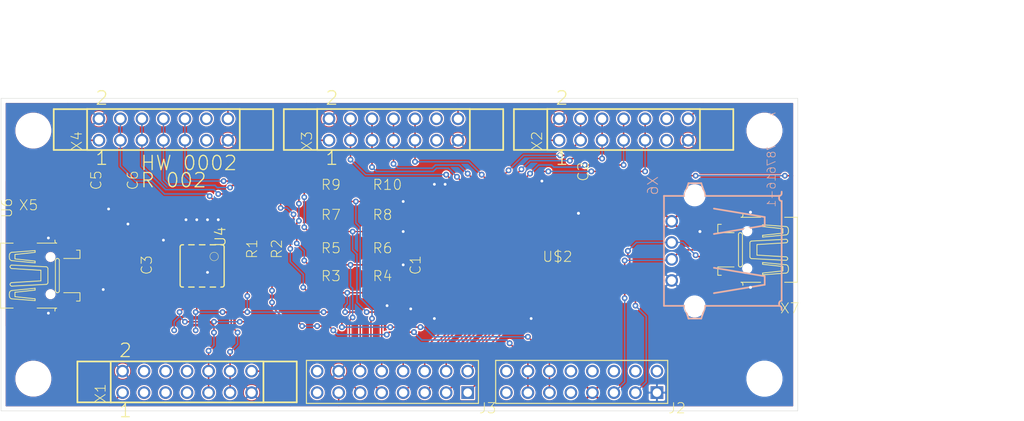
<source format=kicad_pcb>
(kicad_pcb (version 20171130) (host pcbnew 5.1.4+dfsg1-1)
  (layers (0 Top signal) (31 Bottom signal) (34 B.Paste user) (35 F.Paste user) (36 B.SilkS user) (37 F.SilkS user) (38 B.Mask user) (39 F.Mask user) (44 Edge.Cuts user))
  (net 0 "")
  (net 1 +5V)
  (net 2 GND)
  (net 3 +3V3)
  (net 4 "Net-(J2-PadP$16)")
  (net 5 /SDA)
  (net 6 /SCL)
  (net 7 "Net-(J2-PadP$10)")
  (net 8 "Net-(J2-PadP$8)")
  (net 9 "Net-(J2-PadP$6)")
  (net 10 "Net-(J2-PadP$4)")
  (net 11 "Net-(J2-PadP$2)")
  (net 12 "Net-(J2-PadP$15)")
  (net 13 "Net-(J2-PadP$9)")
  (net 14 /VBUS)
  (net 15 /USB-D+)
  (net 16 /USB-D-)
  (net 17 "Net-(J3-PadP$16)")
  (net 18 /DI1-3V)
  (net 19 /DI3-3V)
  (net 20 /DT1-3V)
  (net 21 /DT3-3V)
  (net 22 /DO1-3V)
  (net 23 /DO3-3V)
  (net 24 "Net-(J3-PadP$15)")
  (net 25 /DI2-3V)
  (net 26 /DI4-3V)
  (net 27 /DT2-3V)
  (net 28 /DT4-3V)
  (net 29 /DO2-3V)
  (net 30 /DO4-3V)
  (net 31 "Net-(X1-Pad8)")
  (net 32 "Net-(X1-Pad7)")
  (net 33 "Net-(X1-Pad6)")
  (net 34 "Net-(X1-Pad5)")
  (net 35 "Net-(X1-Pad4)")
  (net 36 "Net-(X1-Pad3)")
  (net 37 "Net-(X2-Pad12)")
  (net 38 "Net-(X2-Pad11)")
  (net 39 /DO4)
  (net 40 /DO3)
  (net 41 /DO2)
  (net 42 /DO1)
  (net 43 "Net-(X3-Pad12)")
  (net 44 "Net-(X3-Pad11)")
  (net 45 /DT4)
  (net 46 /DT3)
  (net 47 /DT2)
  (net 48 /DT1)
  (net 49 "Net-(X5-Pad4)")
  (net 50 "Net-(X5-Pad3)")
  (net 51 "Net-(X5-Pad2)")
  (net 52 /DI1)
  (net 53 /DI2)
  (net 54 /DI3)
  (net 55 /DI4)
  (net 56 "Net-(X4-Pad12)")
  (net 57 "Net-(X4-Pad11)")
  (net 58 "Net-(X7-Pad4)")
  (module "" (layer Top) (at 105.2576 90.3351)
    (fp_text reference @HOLE0 hide)
    (fp_text value "" (at 0 0) (layer F.SilkS) (effects (font (size 1.27 1.27))))
    (pad "" np_thru_hole circle (at 0 0) (size 3.9624 3.9624) (drill 3.9624) (layers *.Cu *.Mask))
  )
  (module "" (layer Top) (at 105.2576 119.6721)
    (fp_text reference @HOLE1 hide)
    (fp_text value "" (at 0 0) (layer F.SilkS) (effects (font (size 1.27 1.27))))
    (pad "" np_thru_hole circle (at 0 0) (size 3.9624 3.9624) (drill 3.9624) (layers *.Cu *.Mask))
  )
  (module "" (layer Top) (at 191.6176 119.6721)
    (fp_text reference @HOLE2 hide)
    (fp_text value "" (at 0 0) (layer F.SilkS) (effects (font (size 1.27 1.27))))
    (pad "" np_thru_hole circle (at 0 0) (size 3.9624 3.9624) (drill 3.9624) (layers *.Cu *.Mask))
  )
  (module "" (layer Top) (at 191.6176 90.3351)
    (fp_text reference @HOLE3 hide)
    (fp_text value "" (at 0 0) (layer F.SilkS) (effects (font (size 1.27 1.27))))
    (pad "" np_thru_hole circle (at 0 0) (size 3.9624 3.9624) (drill 3.9624) (layers *.Cu *.Mask))
  )
  (module "MIDI Signal Contidioner:ARDUINO-CONN-8X2" (layer Top) (at 178.9176 121.3231 180)
    (fp_text reference J2 (at -1.27 -2.54) (layer F.SilkS) (effects (font (size 1.2065 1.2065) (thickness 0.09652)) (justify left bottom)))
    (fp_text value ARDUINO-CONN-8X2)
    (pad P$16 thru_hole circle (at 17.78 2.54 180) (size 1.5 1.5) (drill 1) (layers *.Cu *.Mask) (net 4 "Net-(J2-PadP$16)"))
    (pad P$14 thru_hole circle (at 15.24 2.54 180) (size 1.5 1.5) (drill 1) (layers *.Cu *.Mask) (net 5 /SDA))
    (pad P$12 thru_hole circle (at 12.7 2.54 180) (size 1.5 1.5) (drill 1) (layers *.Cu *.Mask) (net 6 /SCL))
    (pad P$10 thru_hole circle (at 10.16 2.54 180) (size 1.5 1.5) (drill 1) (layers *.Cu *.Mask) (net 7 "Net-(J2-PadP$10)"))
    (pad P$8 thru_hole circle (at 7.62 2.54 180) (size 1.5 1.5) (drill 1) (layers *.Cu *.Mask) (net 8 "Net-(J2-PadP$8)"))
    (pad P$6 thru_hole circle (at 5.08 2.54 180) (size 1.5 1.5) (drill 1) (layers *.Cu *.Mask) (net 9 "Net-(J2-PadP$6)"))
    (pad P$4 thru_hole circle (at 2.54 2.54 180) (size 1.5 1.5) (drill 1) (layers *.Cu *.Mask) (net 10 "Net-(J2-PadP$4)"))
    (pad P$2 thru_hole circle (at 0 2.54 180) (size 1.5 1.5) (drill 1) (layers *.Cu *.Mask) (net 11 "Net-(J2-PadP$2)"))
    (pad P$15 thru_hole circle (at 17.78 0 180) (size 1.5 1.5) (drill 1) (layers *.Cu *.Mask) (net 12 "Net-(J2-PadP$15)"))
    (pad P$13 thru_hole circle (at 15.24 0 180) (size 1.5 1.5) (drill 1) (layers *.Cu *.Mask) (net 5 /SDA))
    (pad P$11 thru_hole circle (at 12.7 0 180) (size 1.5 1.5) (drill 1) (layers *.Cu *.Mask) (net 6 /SCL))
    (pad P$9 thru_hole circle (at 10.16 0 180) (size 1.5 1.5) (drill 1) (layers *.Cu *.Mask) (net 13 "Net-(J2-PadP$9)"))
    (pad P$7 thru_hole circle (at 7.62 0 180) (size 1.5 1.5) (drill 1) (layers *.Cu *.Mask) (net 14 /VBUS))
    (pad P$5 thru_hole circle (at 5.08 0 180) (size 1.5 1.5) (drill 1) (layers *.Cu *.Mask) (net 15 /USB-D+))
    (pad P$3 thru_hole circle (at 2.54 0 180) (size 1.5 1.5) (drill 1) (layers *.Cu *.Mask) (net 16 /USB-D-))
    (pad P$1 thru_hole rect (at 0 0 180) (size 1.5 1.5) (drill 1) (layers *.Cu *.Mask) (net 2 GND))
  )
  (module "MIDI Signal Contidioner:ARDUINO-CONN-8X2" (layer Top) (at 156.5656 121.3231 180)
    (fp_text reference J3 (at -1.27 -2.54) (layer F.SilkS) (effects (font (size 1.2065 1.2065) (thickness 0.09652)) (justify left bottom)))
    (fp_text value ARDUINO-CONN-8X2)
    (pad P$16 thru_hole circle (at 17.78 2.54 180) (size 1.5 1.5) (drill 1) (layers *.Cu *.Mask) (net 17 "Net-(J3-PadP$16)"))
    (pad P$14 thru_hole circle (at 15.24 2.54 180) (size 1.5 1.5) (drill 1) (layers *.Cu *.Mask) (net 2 GND))
    (pad P$12 thru_hole circle (at 12.7 2.54 180) (size 1.5 1.5) (drill 1) (layers *.Cu *.Mask) (net 18 /DI1-3V))
    (pad P$10 thru_hole circle (at 10.16 2.54 180) (size 1.5 1.5) (drill 1) (layers *.Cu *.Mask) (net 19 /DI3-3V))
    (pad P$8 thru_hole circle (at 7.62 2.54 180) (size 1.5 1.5) (drill 1) (layers *.Cu *.Mask) (net 20 /DT1-3V))
    (pad P$6 thru_hole circle (at 5.08 2.54 180) (size 1.5 1.5) (drill 1) (layers *.Cu *.Mask) (net 21 /DT3-3V))
    (pad P$4 thru_hole circle (at 2.54 2.54 180) (size 1.5 1.5) (drill 1) (layers *.Cu *.Mask) (net 22 /DO1-3V))
    (pad P$2 thru_hole circle (at 0 2.54 180) (size 1.5 1.5) (drill 1) (layers *.Cu *.Mask) (net 23 /DO3-3V))
    (pad P$15 thru_hole circle (at 17.78 0 180) (size 1.5 1.5) (drill 1) (layers *.Cu *.Mask) (net 24 "Net-(J3-PadP$15)"))
    (pad P$13 thru_hole circle (at 15.24 0 180) (size 1.5 1.5) (drill 1) (layers *.Cu *.Mask) (net 1 +5V))
    (pad P$11 thru_hole circle (at 12.7 0 180) (size 1.5 1.5) (drill 1) (layers *.Cu *.Mask) (net 25 /DI2-3V))
    (pad P$9 thru_hole circle (at 10.16 0 180) (size 1.5 1.5) (drill 1) (layers *.Cu *.Mask) (net 26 /DI4-3V))
    (pad P$7 thru_hole circle (at 7.62 0 180) (size 1.5 1.5) (drill 1) (layers *.Cu *.Mask) (net 27 /DT2-3V))
    (pad P$5 thru_hole circle (at 5.08 0 180) (size 1.5 1.5) (drill 1) (layers *.Cu *.Mask) (net 28 /DT4-3V))
    (pad P$3 thru_hole circle (at 2.54 0 180) (size 1.5 1.5) (drill 1) (layers *.Cu *.Mask) (net 29 /DO2-3V))
    (pad P$1 thru_hole rect (at 0 0 180) (size 1.5 1.5) (drill 1) (layers *.Cu *.Mask) (net 30 /DO4-3V))
  )
  (module "MIDI Signal Contidioner:SSW-107-02-G-D" (layer Top) (at 123.4186 120.0531)
    (fp_text reference X1 (at -9.525 2.54 90) (layer F.SilkS) (effects (font (size 1.2065 1.2065) (thickness 0.09652)) (justify left bottom)))
    (fp_text value SSW-107-02-G-D)
    (fp_text user 2 (at -8.128 -2.794) (layer F.SilkS) (effects (font (size 1.59258 1.59258) (thickness 0.134112)) (justify left bottom)))
    (fp_text user 1 (at -8.128 4.318) (layer F.SilkS) (effects (font (size 1.59258 1.59258) (thickness 0.134112)) (justify left bottom)))
    (pad 14 thru_hole circle (at 7.62 -1.27) (size 1.5 1.5) (drill 1) (layers *.Cu *.Mask) (net 1 +5V))
    (pad 13 thru_hole circle (at 7.62 1.27) (size 1.5 1.5) (drill 1) (layers *.Cu *.Mask) (net 2 GND))
    (pad 12 thru_hole circle (at 5.08 -1.27) (size 1.5 1.5) (drill 1) (layers *.Cu *.Mask) (net 6 /SCL))
    (pad 11 thru_hole circle (at 5.08 1.27) (size 1.5 1.5) (drill 1) (layers *.Cu *.Mask) (net 6 /SCL))
    (pad 10 thru_hole circle (at 2.54 -1.27) (size 1.5 1.5) (drill 1) (layers *.Cu *.Mask) (net 5 /SDA))
    (pad 9 thru_hole circle (at 2.54 1.27) (size 1.5 1.5) (drill 1) (layers *.Cu *.Mask) (net 5 /SDA))
    (pad 8 thru_hole circle (at 0 -1.27) (size 1.5 1.5) (drill 1) (layers *.Cu *.Mask) (net 31 "Net-(X1-Pad8)"))
    (pad 7 thru_hole circle (at 0 1.27) (size 1.5 1.5) (drill 1) (layers *.Cu *.Mask) (net 32 "Net-(X1-Pad7)"))
    (pad 6 thru_hole circle (at -2.54 -1.27) (size 1.5 1.5) (drill 1) (layers *.Cu *.Mask) (net 33 "Net-(X1-Pad6)"))
    (pad 5 thru_hole circle (at -2.54 1.27) (size 1.5 1.5) (drill 1) (layers *.Cu *.Mask) (net 34 "Net-(X1-Pad5)"))
    (pad 4 thru_hole circle (at -5.08 -1.27) (size 1.5 1.5) (drill 1) (layers *.Cu *.Mask) (net 35 "Net-(X1-Pad4)"))
    (pad 3 thru_hole circle (at -5.08 1.27) (size 1.5 1.5) (drill 1) (layers *.Cu *.Mask) (net 36 "Net-(X1-Pad3)"))
    (pad 2 thru_hole circle (at -7.62 -1.27) (size 1.5 1.5) (drill 1) (layers *.Cu *.Mask) (net 2 GND))
    (pad 1 thru_hole circle (at -7.62 1.27) (size 1.5 1.5) (drill 1) (layers *.Cu *.Mask) (net 1 +5V))
  )
  (module "MIDI Signal Contidioner:SSW-107-02-G-D" (layer Top) (at 174.9806 90.2081)
    (fp_text reference X2 (at -9.525 2.54 90) (layer F.SilkS) (effects (font (size 1.2065 1.2065) (thickness 0.09652)) (justify left bottom)))
    (fp_text value SSW-107-02-G-D)
    (fp_text user 2 (at -8.128 -2.794) (layer F.SilkS) (effects (font (size 1.59258 1.59258) (thickness 0.134112)) (justify left bottom)))
    (fp_text user 1 (at -8.128 4.318) (layer F.SilkS) (effects (font (size 1.59258 1.59258) (thickness 0.134112)) (justify left bottom)))
    (pad 14 thru_hole circle (at 7.62 -1.27) (size 1.5 1.5) (drill 1) (layers *.Cu *.Mask) (net 1 +5V))
    (pad 13 thru_hole circle (at 7.62 1.27) (size 1.5 1.5) (drill 1) (layers *.Cu *.Mask) (net 2 GND))
    (pad 12 thru_hole circle (at 5.08 -1.27) (size 1.5 1.5) (drill 1) (layers *.Cu *.Mask) (net 37 "Net-(X2-Pad12)"))
    (pad 11 thru_hole circle (at 5.08 1.27) (size 1.5 1.5) (drill 1) (layers *.Cu *.Mask) (net 38 "Net-(X2-Pad11)"))
    (pad 10 thru_hole circle (at 2.54 -1.27) (size 1.5 1.5) (drill 1) (layers *.Cu *.Mask) (net 39 /DO4))
    (pad 9 thru_hole circle (at 2.54 1.27) (size 1.5 1.5) (drill 1) (layers *.Cu *.Mask) (net 39 /DO4))
    (pad 8 thru_hole circle (at 0 -1.27) (size 1.5 1.5) (drill 1) (layers *.Cu *.Mask) (net 40 /DO3))
    (pad 7 thru_hole circle (at 0 1.27) (size 1.5 1.5) (drill 1) (layers *.Cu *.Mask) (net 40 /DO3))
    (pad 6 thru_hole circle (at -2.54 -1.27) (size 1.5 1.5) (drill 1) (layers *.Cu *.Mask) (net 41 /DO2))
    (pad 5 thru_hole circle (at -2.54 1.27) (size 1.5 1.5) (drill 1) (layers *.Cu *.Mask) (net 41 /DO2))
    (pad 4 thru_hole circle (at -5.08 -1.27) (size 1.5 1.5) (drill 1) (layers *.Cu *.Mask) (net 42 /DO1))
    (pad 3 thru_hole circle (at -5.08 1.27) (size 1.5 1.5) (drill 1) (layers *.Cu *.Mask) (net 42 /DO1))
    (pad 2 thru_hole circle (at -7.62 -1.27) (size 1.5 1.5) (drill 1) (layers *.Cu *.Mask) (net 2 GND))
    (pad 1 thru_hole circle (at -7.62 1.27) (size 1.5 1.5) (drill 1) (layers *.Cu *.Mask) (net 1 +5V))
  )
  (module "MIDI Signal Contidioner:SSW-107-02-G-D" (layer Top) (at 147.8026 90.2081)
    (fp_text reference X3 (at -9.525 2.54 90) (layer F.SilkS) (effects (font (size 1.2065 1.2065) (thickness 0.09652)) (justify left bottom)))
    (fp_text value SSW-107-02-G-D)
    (fp_text user 2 (at -8.128 -2.794) (layer F.SilkS) (effects (font (size 1.59258 1.59258) (thickness 0.134112)) (justify left bottom)))
    (fp_text user 1 (at -8.128 4.318) (layer F.SilkS) (effects (font (size 1.59258 1.59258) (thickness 0.134112)) (justify left bottom)))
    (pad 14 thru_hole circle (at 7.62 -1.27) (size 1.5 1.5) (drill 1) (layers *.Cu *.Mask) (net 1 +5V))
    (pad 13 thru_hole circle (at 7.62 1.27) (size 1.5 1.5) (drill 1) (layers *.Cu *.Mask) (net 2 GND))
    (pad 12 thru_hole circle (at 5.08 -1.27) (size 1.5 1.5) (drill 1) (layers *.Cu *.Mask) (net 43 "Net-(X3-Pad12)"))
    (pad 11 thru_hole circle (at 5.08 1.27) (size 1.5 1.5) (drill 1) (layers *.Cu *.Mask) (net 44 "Net-(X3-Pad11)"))
    (pad 10 thru_hole circle (at 2.54 -1.27) (size 1.5 1.5) (drill 1) (layers *.Cu *.Mask) (net 45 /DT4))
    (pad 9 thru_hole circle (at 2.54 1.27) (size 1.5 1.5) (drill 1) (layers *.Cu *.Mask) (net 45 /DT4))
    (pad 8 thru_hole circle (at 0 -1.27) (size 1.5 1.5) (drill 1) (layers *.Cu *.Mask) (net 46 /DT3))
    (pad 7 thru_hole circle (at 0 1.27) (size 1.5 1.5) (drill 1) (layers *.Cu *.Mask) (net 46 /DT3))
    (pad 6 thru_hole circle (at -2.54 -1.27) (size 1.5 1.5) (drill 1) (layers *.Cu *.Mask) (net 47 /DT2))
    (pad 5 thru_hole circle (at -2.54 1.27) (size 1.5 1.5) (drill 1) (layers *.Cu *.Mask) (net 47 /DT2))
    (pad 4 thru_hole circle (at -5.08 -1.27) (size 1.5 1.5) (drill 1) (layers *.Cu *.Mask) (net 48 /DT1))
    (pad 3 thru_hole circle (at -5.08 1.27) (size 1.5 1.5) (drill 1) (layers *.Cu *.Mask) (net 48 /DT1))
    (pad 2 thru_hole circle (at -7.62 -1.27) (size 1.5 1.5) (drill 1) (layers *.Cu *.Mask) (net 2 GND))
    (pad 1 thru_hole circle (at -7.62 1.27) (size 1.5 1.5) (drill 1) (layers *.Cu *.Mask) (net 1 +5V))
  )
  (module "MIDI Signal Contidioner:24CS01-SO8" (layer Top) (at 125.1966 106.3371 180)
    (fp_text reference U4 (at -2.8575 2.159 90) (layer F.SilkS) (effects (font (size 1.2065 1.2065) (thickness 0.12065)) (justify left bottom)))
    (fp_text value 24CS01)
    (pad 5 smd rect (at 1.905 -3.154 180) (size 0.5 2.2) (layers Top F.Paste F.Mask) (net 5 /SDA))
    (pad 6 smd rect (at 0.635 -3.154 180) (size 0.5 2.2) (layers Top F.Paste F.Mask) (net 6 /SCL))
    (pad 7 smd rect (at -0.635 -3.154 180) (size 0.5 2.2) (layers Top F.Paste F.Mask) (net 2 GND))
    (pad 8 smd rect (at -1.905 -3.154 180) (size 0.5 2.2) (layers Top F.Paste F.Mask) (net 3 +3V3))
    (pad 4 smd rect (at 1.895 3.154 180) (size 0.5 2.2) (layers Top F.Paste F.Mask) (net 2 GND))
    (pad 3 smd rect (at 0.625 3.154 180) (size 0.5 2.2) (layers Top F.Paste F.Mask) (net 2 GND))
    (pad 2 smd rect (at -0.645 3.154 180) (size 0.5 2.2) (layers Top F.Paste F.Mask) (net 2 GND))
    (pad 1 smd rect (at -1.905 3.154 180) (size 0.5 2.2) (layers Top F.Paste F.Mask) (net 2 GND))
  )
  (module "MIDI Signal Contidioner:C0805" (layer Top) (at 120.6246 106.2101 90)
    (fp_text reference C3 (at -1.27 -1.27 90) (layer F.SilkS) (effects (font (size 1.2065 1.2065) (thickness 0.09652)) (justify left bottom)))
    (fp_text value 100n)
    (pad 2 smd rect (at 0.95 0 90) (size 1.3 1.5) (layers Top F.Paste F.Mask) (net 2 GND))
    (pad 1 smd rect (at -0.95 0 90) (size 1.3 1.5) (layers Top F.Paste F.Mask) (net 3 +3V3))
  )
  (module "MIDI Signal Contidioner:MINI-USB-32005-201" (layer Top) (at 107.2896 107.4801)
    (fp_text reference X5 (at -3.81 -7.62) (layer F.SilkS) (effects (font (size 1.2065 1.2065) (thickness 0.09652)) (justify left bottom)))
    (fp_text value MINI-USB-SHIELD-32005-201)
    (pad "" np_thru_hole circle (at 0 2.2) (size 0.9 0.9) (drill 0.9) (layers *.Cu *.Mask))
    (pad "" np_thru_hole circle (at 0 -2.2) (size 0.9 0.9) (drill 0.9) (layers *.Cu *.Mask))
    (pad 5 smd rect (at 3 1.6) (size 3.1 0.5) (layers Top F.Paste F.Mask) (net 2 GND))
    (pad 4 smd rect (at 3 0.8) (size 3.1 0.5) (layers Top F.Paste F.Mask) (net 49 "Net-(X5-Pad4)"))
    (pad 3 smd rect (at 3 0) (size 3.1 0.5) (layers Top F.Paste F.Mask) (net 50 "Net-(X5-Pad3)"))
    (pad 2 smd rect (at 3 -0.8) (size 3.1 0.5) (layers Top F.Paste F.Mask) (net 51 "Net-(X5-Pad2)"))
    (pad 1 smd rect (at 3 -1.6) (size 3.1 0.5) (layers Top F.Paste F.Mask) (net 1 +5V))
    (pad M3 smd rect (at 2.9 -4.45) (size 3.3 2) (layers Top F.Paste F.Mask) (net 2 GND))
    (pad M4 smd rect (at 2.9 4.45) (size 3.3 2) (layers Top F.Paste F.Mask) (net 2 GND))
    (pad M2 smd rect (at -3 -4.45) (size 2.5 2) (layers Top F.Paste F.Mask) (net 2 GND))
    (pad M1 smd rect (at -3 4.45) (size 2.5 2) (layers Top F.Paste F.Mask) (net 2 GND))
  )
  (module "MIDI Signal Contidioner:MCP1700-SOT89" (layer Top) (at 106.0196 98.2091 90)
    (fp_text reference U6 (at -2.54 -3.175 90) (layer F.SilkS) (effects (font (size 1.2065 1.2065) (thickness 0.09652)) (justify left bottom)))
    (fp_text value MCP1700-SOT89)
    (pad 2@1 smd roundrect (at 0 -0.94 90) (size 2.032 3.65) (layers Top F.Paste F.Mask) (roundrect_rratio 0.375) (net 1 +5V))
    (pad 2 smd rect (at 0 2.2 90) (size 0.8 3) (layers Top F.Mask) (net 1 +5V))
    (pad 3 smd rect (at 1.499 2.5 90) (size 0.8 2.4) (layers Top F.Paste F.Mask) (net 3 +3V3))
    (pad 1 smd rect (at -1.499 2.5 90) (size 0.8 2.4) (layers Top F.Paste F.Mask) (net 2 GND))
  )
  (module "MIDI Signal Contidioner:C0805" (layer Top) (at 112.1156 98.7171 270)
    (fp_text reference C5 (at -1.27 -1.27 90) (layer F.SilkS) (effects (font (size 1.2065 1.2065) (thickness 0.09652)) (justify left bottom)))
    (fp_text value 1u)
    (pad 2 smd rect (at 0.95 0 270) (size 1.3 1.5) (layers Top F.Paste F.Mask) (net 2 GND))
    (pad 1 smd rect (at -0.95 0 270) (size 1.3 1.5) (layers Top F.Paste F.Mask) (net 1 +5V))
  )
  (module "MIDI Signal Contidioner:C0805" (layer Top) (at 116.4336 98.7171 270)
    (fp_text reference C6 (at -1.27 -1.27 90) (layer F.SilkS) (effects (font (size 1.2065 1.2065) (thickness 0.09652)) (justify left bottom)))
    (fp_text value 1u)
    (pad 2 smd rect (at 0.95 0 270) (size 1.3 1.5) (layers Top F.Paste F.Mask) (net 2 GND))
    (pad 1 smd rect (at -0.95 0 270) (size 1.3 1.5) (layers Top F.Paste F.Mask) (net 3 +3V3))
  )
  (module "MIDI Signal Contidioner:USB" (layer Bottom) (at 193.6496 104.5591 270)
    (fp_text reference X6 (at -6.5001 14.5001 90) (layer B.SilkS) (effects (font (size 1.2065 1.2065) (thickness 0.09652)) (justify right bottom mirror)))
    (fp_text value USB-787616)
    (fp_text user "AMP 787616-1" (at -5.08 0.635 270) (layer B.SilkS) (effects (font (size 0.9652 0.9652) (thickness 0.08128)) (justify right bottom mirror)))
    (pad "" np_thru_hole circle (at 6.57 10.2799 270) (size 2.3 2.3) (drill 2.3) (layers *.Cu *.Mask))
    (pad "" np_thru_hole circle (at -6.57 10.2799 270) (size 2.3 2.3) (drill 2.3) (layers *.Cu *.Mask))
    (pad 4 thru_hole circle (at 3.5001 12.9901 270) (size 1.5 1.5) (drill 1) (layers *.Cu *.Mask) (net 2 GND))
    (pad 3 thru_hole circle (at 1 12.9901 270) (size 1.5 1.5) (drill 1) (layers *.Cu *.Mask) (net 15 /USB-D+))
    (pad 2 thru_hole circle (at -1 12.9901 270) (size 1.5 1.5) (drill 1) (layers *.Cu *.Mask) (net 16 /USB-D-))
    (pad 1 thru_hole circle (at -3.5001 12.9901 270) (size 1.5 1.5) (drill 1) (layers *.Cu *.Mask) (net 14 /VBUS))
  )
  (module "MIDI Signal Contidioner:R0805W" (layer Top) (at 130.5306 106.2101 270)
    (fp_text reference R1 (at -0.635 -1.27 90) (layer F.SilkS) (effects (font (size 1.2065 1.2065) (thickness 0.09652)) (justify left bottom)))
    (fp_text value 2.2K)
    (pad 2 smd rect (at 1.0525 0 270) (size 1.5 1) (layers Top F.Paste F.Mask) (net 6 /SCL))
    (pad 1 smd rect (at -1.0525 0 270) (size 1.5 1) (layers Top F.Paste F.Mask) (net 3 +3V3))
  )
  (module "MIDI Signal Contidioner:R0805W" (layer Top) (at 133.4516 106.2101 270)
    (fp_text reference R2 (at -0.635 -1.27 90) (layer F.SilkS) (effects (font (size 1.2065 1.2065) (thickness 0.09652)) (justify left bottom)))
    (fp_text value 2.2K)
    (pad 2 smd rect (at 1.0525 0 270) (size 1.5 1) (layers Top F.Paste F.Mask) (net 5 /SDA))
    (pad 1 smd rect (at -1.0525 0 270) (size 1.5 1) (layers Top F.Paste F.Mask) (net 3 +3V3))
  )
  (module "MIDI Signal Contidioner:74LVC4245A-SO24" (layer Top) (at 158.3436 104.6861 180)
    (fp_text reference U$2 (at -6.985 -1.27) (layer F.SilkS) (effects (font (size 1.2065 1.2065) (thickness 0.09652)) (justify left bottom)))
    (fp_text value 74LVC4245A)
    (pad 24 smd rect (at -8.255 -5.1 180) (size 0.6 3.2) (layers Top F.Paste F.Mask) (net 3 +3V3))
    (pad 23 smd rect (at -6.985 -5.1 180) (size 0.6 3.2) (layers Top F.Paste F.Mask) (net 3 +3V3))
    (pad 22 smd rect (at -5.715 -5.1 180) (size 0.6 3.2) (layers Top F.Paste F.Mask) (net 2 GND))
    (pad 21 smd rect (at -4.445 -5.1 180) (size 0.6 3.2) (layers Top F.Paste F.Mask) (net 30 /DO4-3V))
    (pad 20 smd rect (at -3.175 -5.1 180) (size 0.6 3.2) (layers Top F.Paste F.Mask) (net 23 /DO3-3V))
    (pad 19 smd rect (at -1.905 -5.1 180) (size 0.6 3.2) (layers Top F.Paste F.Mask) (net 29 /DO2-3V))
    (pad 18 smd rect (at -0.635 -5.1 180) (size 0.6 3.2) (layers Top F.Paste F.Mask) (net 22 /DO1-3V))
    (pad 17 smd rect (at 0.635 -5.1 180) (size 0.6 3.2) (layers Top F.Paste F.Mask) (net 28 /DT4-3V))
    (pad 16 smd rect (at 1.905 -5.1 180) (size 0.6 3.2) (layers Top F.Paste F.Mask) (net 21 /DT3-3V))
    (pad 15 smd rect (at 3.175 -5.1 180) (size 0.6 3.2) (layers Top F.Paste F.Mask) (net 27 /DT2-3V))
    (pad 14 smd rect (at 4.445 -5.1 180) (size 0.6 3.2) (layers Top F.Paste F.Mask) (net 20 /DT1-3V))
    (pad 12 smd rect (at 5.715 5.1 180) (size 0.6 3.2) (layers Top F.Paste F.Mask) (net 2 GND))
    (pad 11 smd rect (at 4.445 5.1 180) (size 0.6 3.2) (layers Top F.Paste F.Mask) (net 2 GND))
    (pad 10 smd rect (at 3.175 5.1 180) (size 0.6 3.2) (layers Top F.Paste F.Mask) (net 48 /DT1))
    (pad 9 smd rect (at 1.905 5.1 180) (size 0.6 3.2) (layers Top F.Paste F.Mask) (net 47 /DT2))
    (pad 8 smd rect (at 0.635 5.1 180) (size 0.6 3.2) (layers Top F.Paste F.Mask) (net 46 /DT3))
    (pad 7 smd rect (at -0.635 5.1 180) (size 0.6 3.2) (layers Top F.Paste F.Mask) (net 45 /DT4))
    (pad 6 smd rect (at -1.905 5.1 180) (size 0.6 3.2) (layers Top F.Paste F.Mask) (net 42 /DO1))
    (pad 5 smd rect (at -3.175 5.1 180) (size 0.6 3.2) (layers Top F.Paste F.Mask) (net 41 /DO2))
    (pad 4 smd rect (at -4.445 5.1 180) (size 0.6 3.2) (layers Top F.Paste F.Mask) (net 40 /DO3))
    (pad 3 smd rect (at -5.715 5.1 180) (size 0.6 3.2) (layers Top F.Paste F.Mask) (net 39 /DO4))
    (pad 2 smd rect (at -6.985 5.1 180) (size 0.6 3.2) (layers Top F.Paste F.Mask) (net 2 GND))
    (pad 13 smd rect (at 5.715 -5.1 180) (size 0.6 3.2) (layers Top F.Paste F.Mask) (net 2 GND))
    (pad 1 smd rect (at -8.255 5.1 180) (size 0.6 3.2) (layers Top F.Paste F.Mask) (net 1 +5V))
  )
  (module "MIDI Signal Contidioner:C0805" (layer Top) (at 149.8346 108.7501 270)
    (fp_text reference C1 (at -1.27 -1.27 90) (layer F.SilkS) (effects (font (size 1.2065 1.2065) (thickness 0.09652)) (justify left bottom)))
    (fp_text value 100n)
    (pad 2 smd rect (at 0.95 0 270) (size 1.3 1.5) (layers Top F.Paste F.Mask) (net 2 GND))
    (pad 1 smd rect (at -0.95 0 270) (size 1.3 1.5) (layers Top F.Paste F.Mask) (net 3 +3V3))
  )
  (module "MIDI Signal Contidioner:C0805" (layer Top) (at 169.6466 97.7011 270)
    (fp_text reference C2 (at -1.27 -1.27 90) (layer F.SilkS) (effects (font (size 1.2065 1.2065) (thickness 0.09652)) (justify left bottom)))
    (fp_text value 100n)
    (pad 2 smd rect (at 0.95 0 270) (size 1.3 1.5) (layers Top F.Paste F.Mask) (net 2 GND))
    (pad 1 smd rect (at -0.95 0 270) (size 1.3 1.5) (layers Top F.Paste F.Mask) (net 1 +5V))
  )
  (module "MIDI Signal Contidioner:R0805W" (layer Top) (at 139.8016 109.5121)
    (fp_text reference R3 (at -0.635 -1.27) (layer F.SilkS) (effects (font (size 1.2065 1.2065) (thickness 0.09652)) (justify left bottom)))
    (fp_text value 10K)
    (pad 2 smd rect (at 1.0525 0) (size 1.5 1) (layers Top F.Paste F.Mask) (net 18 /DI1-3V))
    (pad 1 smd rect (at -1.0525 0) (size 1.5 1) (layers Top F.Paste F.Mask) (net 52 /DI1))
  )
  (module "MIDI Signal Contidioner:R0805W" (layer Top) (at 145.8976 109.5121)
    (fp_text reference R4 (at -0.635 -1.27) (layer F.SilkS) (effects (font (size 1.2065 1.2065) (thickness 0.09652)) (justify left bottom)))
    (fp_text value 20K)
    (pad 2 smd rect (at 1.0525 0) (size 1.5 1) (layers Top F.Paste F.Mask) (net 2 GND))
    (pad 1 smd rect (at -1.0525 0) (size 1.5 1) (layers Top F.Paste F.Mask) (net 18 /DI1-3V))
  )
  (module "MIDI Signal Contidioner:R0805W" (layer Top) (at 139.8016 106.2101)
    (fp_text reference R5 (at -0.635 -1.27) (layer F.SilkS) (effects (font (size 1.2065 1.2065) (thickness 0.09652)) (justify left bottom)))
    (fp_text value 10K)
    (pad 2 smd rect (at 1.0525 0) (size 1.5 1) (layers Top F.Paste F.Mask) (net 25 /DI2-3V))
    (pad 1 smd rect (at -1.0525 0) (size 1.5 1) (layers Top F.Paste F.Mask) (net 53 /DI2))
  )
  (module "MIDI Signal Contidioner:R0805W" (layer Top) (at 145.8976 106.2101)
    (fp_text reference R6 (at -0.635 -1.27) (layer F.SilkS) (effects (font (size 1.2065 1.2065) (thickness 0.09652)) (justify left bottom)))
    (fp_text value 20K)
    (pad 2 smd rect (at 1.0525 0) (size 1.5 1) (layers Top F.Paste F.Mask) (net 2 GND))
    (pad 1 smd rect (at -1.0525 0) (size 1.5 1) (layers Top F.Paste F.Mask) (net 25 /DI2-3V))
  )
  (module "MIDI Signal Contidioner:R0805W" (layer Top) (at 139.8016 102.2731)
    (fp_text reference R7 (at -0.635 -1.27) (layer F.SilkS) (effects (font (size 1.2065 1.2065) (thickness 0.09652)) (justify left bottom)))
    (fp_text value 10K)
    (pad 2 smd rect (at 1.0525 0) (size 1.5 1) (layers Top F.Paste F.Mask) (net 19 /DI3-3V))
    (pad 1 smd rect (at -1.0525 0) (size 1.5 1) (layers Top F.Paste F.Mask) (net 54 /DI3))
  )
  (module "MIDI Signal Contidioner:R0805W" (layer Top) (at 145.8976 102.2731)
    (fp_text reference R8 (at -0.635 -1.27) (layer F.SilkS) (effects (font (size 1.2065 1.2065) (thickness 0.09652)) (justify left bottom)))
    (fp_text value 20K)
    (pad 2 smd rect (at 1.0525 0) (size 1.5 1) (layers Top F.Paste F.Mask) (net 2 GND))
    (pad 1 smd rect (at -1.0525 0) (size 1.5 1) (layers Top F.Paste F.Mask) (net 19 /DI3-3V))
  )
  (module "MIDI Signal Contidioner:R0805W" (layer Top) (at 139.8016 98.7171)
    (fp_text reference R9 (at -0.635 -1.27) (layer F.SilkS) (effects (font (size 1.2065 1.2065) (thickness 0.09652)) (justify left bottom)))
    (fp_text value 10K)
    (pad 2 smd rect (at 1.0525 0) (size 1.5 1) (layers Top F.Paste F.Mask) (net 26 /DI4-3V))
    (pad 1 smd rect (at -1.0525 0) (size 1.5 1) (layers Top F.Paste F.Mask) (net 55 /DI4))
  )
  (module "MIDI Signal Contidioner:R0805W" (layer Top) (at 145.8976 98.7171)
    (fp_text reference R10 (at -0.635 -1.27) (layer F.SilkS) (effects (font (size 1.2065 1.2065) (thickness 0.09652)) (justify left bottom)))
    (fp_text value 20K)
    (pad 2 smd rect (at 1.0525 0) (size 1.5 1) (layers Top F.Paste F.Mask) (net 2 GND))
    (pad 1 smd rect (at -1.0525 0) (size 1.5 1) (layers Top F.Paste F.Mask) (net 26 /DI4-3V))
  )
  (module "MIDI Signal Contidioner:SSW-107-02-G-D" (layer Top) (at 120.6246 90.2081)
    (fp_text reference X4 (at -9.525 2.54 90) (layer F.SilkS) (effects (font (size 1.2065 1.2065) (thickness 0.09652)) (justify left bottom)))
    (fp_text value SSW-107-02-G-D)
    (fp_text user 2 (at -8.128 -2.794) (layer F.SilkS) (effects (font (size 1.59258 1.59258) (thickness 0.134112)) (justify left bottom)))
    (fp_text user 1 (at -8.128 4.318) (layer F.SilkS) (effects (font (size 1.59258 1.59258) (thickness 0.134112)) (justify left bottom)))
    (pad 14 thru_hole circle (at 7.62 -1.27) (size 1.5 1.5) (drill 1) (layers *.Cu *.Mask) (net 1 +5V))
    (pad 13 thru_hole circle (at 7.62 1.27) (size 1.5 1.5) (drill 1) (layers *.Cu *.Mask) (net 2 GND))
    (pad 12 thru_hole circle (at 5.08 -1.27) (size 1.5 1.5) (drill 1) (layers *.Cu *.Mask) (net 56 "Net-(X4-Pad12)"))
    (pad 11 thru_hole circle (at 5.08 1.27) (size 1.5 1.5) (drill 1) (layers *.Cu *.Mask) (net 57 "Net-(X4-Pad11)"))
    (pad 10 thru_hole circle (at 2.54 -1.27) (size 1.5 1.5) (drill 1) (layers *.Cu *.Mask) (net 55 /DI4))
    (pad 9 thru_hole circle (at 2.54 1.27) (size 1.5 1.5) (drill 1) (layers *.Cu *.Mask) (net 55 /DI4))
    (pad 8 thru_hole circle (at 0 -1.27) (size 1.5 1.5) (drill 1) (layers *.Cu *.Mask) (net 54 /DI3))
    (pad 7 thru_hole circle (at 0 1.27) (size 1.5 1.5) (drill 1) (layers *.Cu *.Mask) (net 54 /DI3))
    (pad 6 thru_hole circle (at -2.54 -1.27) (size 1.5 1.5) (drill 1) (layers *.Cu *.Mask) (net 53 /DI2))
    (pad 5 thru_hole circle (at -2.54 1.27) (size 1.5 1.5) (drill 1) (layers *.Cu *.Mask) (net 53 /DI2))
    (pad 4 thru_hole circle (at -5.08 -1.27) (size 1.5 1.5) (drill 1) (layers *.Cu *.Mask) (net 52 /DI1))
    (pad 3 thru_hole circle (at -5.08 1.27) (size 1.5 1.5) (drill 1) (layers *.Cu *.Mask) (net 52 /DI1))
    (pad 2 thru_hole circle (at -7.62 -1.27) (size 1.5 1.5) (drill 1) (layers *.Cu *.Mask) (net 2 GND))
    (pad 1 thru_hole circle (at -7.62 1.27) (size 1.5 1.5) (drill 1) (layers *.Cu *.Mask) (net 1 +5V))
  )
  (module "MIDI Signal Contidioner:MINI-USB-32005-201" (layer Top) (at 189.5856 104.4321 180)
    (fp_text reference X7 (at -3.81 -7.62) (layer F.SilkS) (effects (font (size 1.2065 1.2065) (thickness 0.09652)) (justify left bottom)))
    (fp_text value MINI-USB-SHIELD-32005-201)
    (pad "" np_thru_hole circle (at 0 2.2 180) (size 0.9 0.9) (drill 0.9) (layers *.Cu *.Mask))
    (pad "" np_thru_hole circle (at 0 -2.2 180) (size 0.9 0.9) (drill 0.9) (layers *.Cu *.Mask))
    (pad 5 smd rect (at 3 1.6 180) (size 3.1 0.5) (layers Top F.Paste F.Mask) (net 2 GND))
    (pad 4 smd rect (at 3 0.8 180) (size 3.1 0.5) (layers Top F.Paste F.Mask) (net 58 "Net-(X7-Pad4)"))
    (pad 3 smd rect (at 3 0 180) (size 3.1 0.5) (layers Top F.Paste F.Mask) (net 15 /USB-D+))
    (pad 2 smd rect (at 3 -0.8 180) (size 3.1 0.5) (layers Top F.Paste F.Mask) (net 16 /USB-D-))
    (pad 1 smd rect (at 3 -1.6 180) (size 3.1 0.5) (layers Top F.Paste F.Mask) (net 14 /VBUS))
    (pad M3 smd rect (at 2.9 -4.45 180) (size 3.3 2) (layers Top F.Paste F.Mask) (net 2 GND))
    (pad M4 smd rect (at 2.9 4.45 180) (size 3.3 2) (layers Top F.Paste F.Mask) (net 2 GND))
    (pad M2 smd rect (at -3 -4.45 180) (size 2.5 2) (layers Top F.Paste F.Mask) (net 2 GND))
    (pad M1 smd rect (at -3 4.45 180) (size 2.5 2) (layers Top F.Paste F.Mask) (net 2 GND))
  )
  (gr_line (start 101.4476 123.4821) (end 195.5546 123.4821) (layer Edge.Cuts) (width 0.05))
  (gr_line (start 195.5546 123.4821) (end 195.5546 86.5251) (layer Edge.Cuts) (width 0.05))
  (gr_line (start 195.5546 86.5251) (end 101.4476 86.5251) (layer Edge.Cuts) (width 0.05))
  (gr_line (start 101.4476 86.5251) (end 101.4476 123.4821) (layer Edge.Cuts) (width 0.05))
  (gr_text "HW 0002" (at 117.8306 95.1611) (layer F.SilkS) (effects (font (size 1.6891 1.6891) (thickness 0.14224)) (justify left bottom)))
  (gr_text "R 002" (at 117.8306 97.1931) (layer F.SilkS) (effects (font (size 1.6891 1.6891) (thickness 0.14224)) (justify left bottom)))
  (segment (start 141.3256 121.3231) (end 141.3256 122.8471) (width 0.1778) (layer Top) (net 1))
  (segment (start 114.2746 122.8471) (end 102.0826 122.8471) (width 0.1778) (layer Top) (net 1))
  (segment (start 102.0826 122.8471) (end 102.0826 98.2091) (width 0.1778) (layer Top) (net 1))
  (segment (start 102.0826 98.2091) (end 102.0826 87.1601) (width 0.1778) (layer Top) (net 1))
  (segment (start 102.0826 87.1601) (end 109.3216 87.1601) (width 0.1778) (layer Top) (net 1))
  (segment (start 155.4226 87.1601) (end 164.9476 87.1601) (width 0.1778) (layer Top) (net 1))
  (segment (start 164.9476 87.1601) (end 184.3786 87.1601) (width 0.1778) (layer Top) (net 1))
  (segment (start 194.9196 87.1601) (end 194.9196 95.6691) (width 0.1778) (layer Top) (net 1))
  (segment (start 194.9196 95.6691) (end 194.9196 122.8471) (width 0.1778) (layer Top) (net 1))
  (segment (start 194.9196 122.8471) (end 141.3256 122.8471) (width 0.1778) (layer Top) (net 1))
  (segment (start 105.0796 98.2091) (end 102.0826 98.2091) (width 0.1778) (layer Top) (net 1))
  (segment (start 155.4226 88.9381) (end 155.4226 87.1601) (width 0.1778) (layer Top) (net 1))
  (segment (start 109.3216 89.9541) (end 109.3216 87.1601) (width 0.1778) (layer Top) (net 1))
  (segment (start 115.7986 121.3231) (end 114.2746 122.8471) (width 0.1778) (layer Top) (net 1))
  (segment (start 194.9196 87.1601) (end 184.3786 87.1601) (width 0.1778) (layer Top) (net 1))
  (segment (start 182.6006 88.9381) (end 184.3786 87.1601) (width 0.1778) (layer Top) (net 1))
  (segment (start 181.7726 96.4971) (end 169.9006 96.4971) (width 0.1778) (layer Top) (net 1))
  (segment (start 169.6466 96.7511) (end 169.6796 96.7181) (width 0.1778) (layer Top) (net 1))
  (via (at 183.4896 95.6691) (size 0.6858) (drill 0.3302) (layers Top Bottom) (net 1))
  (segment (start 169.6796 96.7181) (end 169.9006 96.4971) (width 0.1778) (layer Top) (net 1))
  (segment (start 194.0306 95.6691) (end 183.4896 95.6691) (width 0.1778) (layer Bottom) (net 1))
  (via (at 194.0306 95.6691) (size 0.6858) (drill 0.3302) (layers Top Bottom) (net 1))
  (segment (start 194.0306 95.6691) (end 194.9196 95.6691) (width 0.1778) (layer Top) (net 1))
  (segment (start 113.0046 91.4781) (end 110.8456 91.4781) (width 0.1778) (layer Top) (net 1))
  (segment (start 110.8456 91.4781) (end 109.3216 89.9541) (width 0.1778) (layer Top) (net 1))
  (segment (start 140.1826 91.4781) (end 139.1666 91.4781) (width 0.1778) (layer Top) (net 1))
  (segment (start 139.1666 91.4781) (end 137.5156 89.8271) (width 0.1778) (layer Top) (net 1))
  (segment (start 137.5156 89.8271) (end 137.5156 87.1601) (width 0.1778) (layer Top) (net 1))
  (segment (start 137.5156 87.1601) (end 128.2446 87.1601) (width 0.1778) (layer Top) (net 1))
  (segment (start 128.2446 87.1601) (end 109.3216 87.1601) (width 0.1778) (layer Top) (net 1))
  (segment (start 137.5156 87.1601) (end 155.4226 87.1601) (width 0.1778) (layer Top) (net 1))
  (segment (start 128.2446 88.9381) (end 128.2446 87.1601) (width 0.1778) (layer Top) (net 1))
  (segment (start 167.3606 91.4781) (end 166.3446 91.4781) (width 0.1778) (layer Top) (net 1))
  (segment (start 166.3446 91.4781) (end 164.9476 90.0811) (width 0.1778) (layer Top) (net 1))
  (segment (start 164.9476 90.0811) (end 164.9476 87.1601) (width 0.1778) (layer Top) (net 1))
  (segment (start 183.4896 95.6691) (end 182.6006 95.6691) (width 0.1778) (layer Top) (net 1))
  (segment (start 182.6006 95.6691) (end 181.7726 96.4971) (width 0.1778) (layer Top) (net 1))
  (segment (start 166.5986 99.5861) (end 166.5986 97.5741) (width 0.254) (layer Top) (net 1))
  (segment (start 166.5986 97.5741) (end 167.7416 96.4311) (width 0.254) (layer Top) (net 1))
  (segment (start 167.7416 96.4311) (end 169.3926 96.4311) (width 0.254) (layer Top) (net 1))
  (segment (start 169.3926 96.4311) (end 169.6796 96.7181) (width 0.254) (layer Top) (net 1))
  (segment (start 141.3256 122.8471) (end 135.6106 122.8471) (width 0.1778) (layer Top) (net 1))
  (segment (start 135.6106 122.8471) (end 114.2746 122.8471) (width 0.1778) (layer Top) (net 1))
  (segment (start 131.0386 118.7831) (end 133.7056 118.7831) (width 0.1778) (layer Top) (net 1))
  (segment (start 133.7056 118.7831) (end 135.6106 120.6881) (width 0.1778) (layer Top) (net 1))
  (segment (start 135.6106 120.6881) (end 135.6106 122.8471) (width 0.1778) (layer Top) (net 1))
  (segment (start 104.2896 111.9301) (end 107.0306 111.9301) (width 0.1778) (layer Top) (net 2))
  (segment (start 107.0306 111.9301) (end 107.0356 111.9251) (width 0.1778) (layer Top) (net 2))
  (via (at 107.0356 111.9251) (size 0.6858) (drill 0.3302) (layers Top Bottom) (net 2))
  (segment (start 110.1896 111.9301) (end 110.1846 111.9251) (width 0.1778) (layer Top) (net 2))
  (segment (start 110.1846 111.9251) (end 107.0356 111.9251) (width 0.1778) (layer Top) (net 2))
  (segment (start 104.2896 103.0301) (end 107.0306 103.0301) (width 0.1778) (layer Top) (net 2))
  (segment (start 107.0306 103.0301) (end 107.0356 103.0351) (width 0.1778) (layer Top) (net 2))
  (via (at 107.0356 103.0351) (size 0.6858) (drill 0.3302) (layers Top Bottom) (net 2))
  (segment (start 110.1896 103.0301) (end 107.0306 103.0301) (width 0.1778) (layer Top) (net 2))
  (segment (start 108.5196 99.7081) (end 112.0746 99.7081) (width 0.1778) (layer Top) (net 2))
  (segment (start 112.0746 99.7081) (end 112.1156 99.6671) (width 0.1778) (layer Top) (net 2))
  (segment (start 112.1156 99.6671) (end 114.0866 99.6671) (width 0.1778) (layer Top) (net 2))
  (segment (start 114.0866 99.6671) (end 114.1476 99.6061) (width 0.1778) (layer Top) (net 2))
  (via (at 114.1476 99.6061) (size 0.6858) (drill 0.3302) (layers Top Bottom) (net 2))
  (segment (start 110.2896 109.0801) (end 113.4616 109.0801) (width 0.1778) (layer Top) (net 2))
  (segment (start 113.4616 109.0801) (end 113.5126 109.1311) (width 0.1778) (layer Top) (net 2))
  (via (at 113.5126 109.1311) (size 0.6858) (drill 0.3302) (layers Top Bottom) (net 2))
  (segment (start 120.6246 105.2601) (end 120.6246 103.2891) (width 0.1778) (layer Top) (net 2))
  (via (at 120.6246 103.2891) (size 0.6858) (drill 0.3302) (layers Top Bottom) (net 2))
  (segment (start 125.8316 109.4911) (end 125.8316 107.0991) (width 0.1778) (layer Top) (net 2))
  (via (at 125.8316 107.0991) (size 0.6858) (drill 0.3302) (layers Top Bottom) (net 2))
  (segment (start 116.4336 99.6671) (end 116.4336 101.3841) (width 0.1778) (layer Top) (net 2))
  (via (at 116.4336 101.3841) (size 0.6858) (drill 0.3302) (layers Top Bottom) (net 2))
  (segment (start 146.9501 109.5121) (end 147.0406 109.6026) (width 0.1524) (layer Top) (net 2))
  (segment (start 147.0406 109.6026) (end 147.0406 111.0361) (width 0.1778) (layer Top) (net 2))
  (via (at 147.0406 111.0361) (size 0.6858) (drill 0.3302) (layers Top Bottom) (net 2))
  (segment (start 149.8346 109.7001) (end 149.8346 111.4171) (width 0.1778) (layer Top) (net 2))
  (via (at 149.8346 111.4171) (size 0.6858) (drill 0.3302) (layers Top Bottom) (net 2))
  (segment (start 146.9501 106.2101) (end 148.9456 106.2101) (width 0.1778) (layer Top) (net 2))
  (via (at 148.9456 106.2101) (size 0.6858) (drill 0.3302) (layers Top Bottom) (net 2))
  (segment (start 146.9501 102.2731) (end 148.9456 102.2731) (width 0.1778) (layer Top) (net 2))
  (via (at 148.9456 102.2731) (size 0.6858) (drill 0.3302) (layers Top Bottom) (net 2))
  (segment (start 146.9501 98.7171) (end 148.9456 98.7171) (width 0.1778) (layer Top) (net 2))
  (via (at 148.9456 98.7171) (size 0.6858) (drill 0.3302) (layers Top Bottom) (net 2))
  (segment (start 152.6286 99.5861) (end 152.6286 96.6851) (width 0.1778) (layer Top) (net 2))
  (via (at 152.6286 96.6851) (size 0.6858) (drill 0.3302) (layers Top Bottom) (net 2))
  (segment (start 153.8986 99.5861) (end 153.8986 96.6851) (width 0.1778) (layer Top) (net 2))
  (via (at 153.8986 96.6851) (size 0.6858) (drill 0.3302) (layers Top Bottom) (net 2))
  (segment (start 165.3286 99.5861) (end 165.3286 96.3041) (width 0.1778) (layer Top) (net 2))
  (via (at 165.3286 96.3041) (size 0.6858) (drill 0.3302) (layers Top Bottom) (net 2))
  (segment (start 123.3016 103.1831) (end 123.2916 103.1731) (width 0.1778) (layer Top) (net 2))
  (segment (start 123.2916 103.1731) (end 123.2916 100.8761) (width 0.1778) (layer Top) (net 2))
  (via (at 123.2916 100.8761) (size 0.6858) (drill 0.3302) (layers Top Bottom) (net 2))
  (segment (start 124.5716 103.1831) (end 124.5716 100.8861) (width 0.1778) (layer Top) (net 2))
  (segment (start 124.5716 100.8861) (end 124.5616 100.8761) (width 0.1778) (layer Top) (net 2))
  (via (at 124.5616 100.8761) (size 0.6858) (drill 0.3302) (layers Top Bottom) (net 2))
  (segment (start 125.8416 103.1831) (end 125.8416 100.8861) (width 0.1778) (layer Top) (net 2))
  (segment (start 125.8416 100.8861) (end 125.8316 100.8761) (width 0.1778) (layer Top) (net 2))
  (via (at 125.8316 100.8761) (size 0.6858) (drill 0.3302) (layers Top Bottom) (net 2))
  (segment (start 127.1016 103.1831) (end 127.1016 100.8761) (width 0.1778) (layer Top) (net 2))
  (via (at 127.1016 100.8761) (size 0.6858) (drill 0.3302) (layers Top Bottom) (net 2))
  (segment (start 152.6286 109.7861) (end 152.6286 112.5601) (width 0.1778) (layer Top) (net 2))
  (via (at 152.6286 112.5601) (size 0.6858) (drill 0.3302) (layers Top Bottom) (net 2))
  (segment (start 164.0586 109.7861) (end 164.0586 112.5601) (width 0.1778) (layer Top) (net 2))
  (via (at 164.0586 112.5601) (size 0.6858) (drill 0.3302) (layers Top Bottom) (net 2))
  (segment (start 186.6856 108.8821) (end 189.9616 108.8821) (width 0.1778) (layer Top) (net 2))
  (segment (start 189.9616 108.8821) (end 189.9666 108.8771) (width 0.1778) (layer Top) (net 2))
  (via (at 189.9666 108.8771) (size 0.7056) (drill 0.35) (layers Top Bottom) (net 2))
  (segment (start 192.5856 108.8821) (end 189.9716 108.8821) (width 0.1778) (layer Top) (net 2))
  (segment (start 189.9716 108.8821) (end 189.9666 108.8771) (width 0.1778) (layer Top) (net 2))
  (segment (start 186.6856 99.9821) (end 189.9616 99.9821) (width 0.1778) (layer Top) (net 2))
  (segment (start 189.9616 99.9821) (end 189.9666 99.9871) (width 0.1778) (layer Top) (net 2))
  (via (at 189.9666 99.9871) (size 0.7056) (drill 0.35) (layers Top Bottom) (net 2))
  (segment (start 192.5856 99.9821) (end 189.9716 99.9821) (width 0.1778) (layer Top) (net 2))
  (segment (start 189.9716 99.9821) (end 189.9666 99.9871) (width 0.1778) (layer Top) (net 2))
  (segment (start 186.5856 102.8321) (end 184.5566 102.8321) (width 0.1778) (layer Top) (net 2))
  (segment (start 184.5566 102.8321) (end 183.9976 102.2731) (width 0.1778) (layer Top) (net 2))
  (via (at 183.9976 102.2731) (size 0.7056) (drill 0.35) (layers Top Bottom) (net 2))
  (segment (start 169.6466 98.6511) (end 169.6466 100.1141) (width 0.254) (layer Top) (net 2))
  (via (at 169.6466 100.1141) (size 0.7056) (drill 0.35) (layers Top Bottom) (net 2))
  (segment (start 108.5196 96.7101) (end 108.5196 95.2011) (width 0.254) (layer Top) (net 3))
  (segment (start 108.5196 95.2011) (end 108.5596 95.1611) (width 0.254) (layer Top) (net 3))
  (via (at 121.8946 113.9571) (size 0.6858) (drill 0.3302) (layers Top Bottom) (net 5))
  (via (at 122.5296 111.7981) (size 0.6858) (drill 0.3302) (layers Top Bottom) (net 5))
  (segment (start 123.2916 109.4911) (end 123.2916 111.0361) (width 0.1778) (layer Top) (net 5))
  (segment (start 123.2916 111.0361) (end 122.5296 111.7981) (width 0.1778) (layer Top) (net 5))
  (segment (start 122.5296 112.3061) (end 123.1646 112.9411) (width 0.1778) (layer Bottom) (net 5))
  (via (at 123.1646 112.9411) (size 0.6858) (drill 0.3302) (layers Top Bottom) (net 5))
  (segment (start 123.1646 112.9411) (end 126.0856 112.9411) (width 0.1778) (layer Top) (net 5))
  (via (at 126.5936 112.9411) (size 0.6858) (drill 0.3302) (layers Top Bottom) (net 5))
  (segment (start 126.0856 112.9411) (end 126.5936 112.9411) (width 0.1778) (layer Top) (net 5))
  (segment (start 126.5936 112.9411) (end 129.6416 112.9411) (width 0.1778) (layer Bottom) (net 5))
  (via (at 129.6416 112.9411) (size 0.6858) (drill 0.3302) (layers Top Bottom) (net 5))
  (via (at 137.0076 113.4491) (size 0.6858) (drill 0.3302) (layers Top Bottom) (net 5))
  (via (at 133.4516 110.6551) (size 0.6858) (drill 0.3302) (layers Top Bottom) (net 5))
  (segment (start 133.4516 110.6551) (end 133.4516 109.2581) (width 0.1778) (layer Bottom) (net 5))
  (via (at 133.4516 109.2581) (size 0.6858) (drill 0.3302) (layers Top Bottom) (net 5))
  (segment (start 133.4516 109.2581) (end 133.4516 107.2626) (width 0.1778) (layer Top) (net 5))
  (segment (start 135.2296 112.9411) (end 133.4516 111.1631) (width 0.1778) (layer Top) (net 5))
  (segment (start 133.4516 111.1631) (end 133.4516 110.6551) (width 0.1778) (layer Top) (net 5))
  (segment (start 129.6416 112.9411) (end 135.2296 112.9411) (width 0.1778) (layer Top) (net 5))
  (segment (start 137.0076 113.4491) (end 136.4996 112.9411) (width 0.1778) (layer Top) (net 5))
  (segment (start 136.4996 112.9411) (end 135.2296 112.9411) (width 0.1778) (layer Top) (net 5))
  (segment (start 122.5296 111.7981) (end 122.5296 112.3061) (width 0.1778) (layer Bottom) (net 5))
  (segment (start 122.5296 112.3061) (end 121.8946 112.9411) (width 0.1778) (layer Bottom) (net 5))
  (segment (start 121.8946 112.9411) (end 121.8946 113.9571) (width 0.1778) (layer Bottom) (net 5))
  (segment (start 137.0076 113.4491) (end 138.7856 113.4491) (width 0.1778) (layer Bottom) (net 5))
  (segment (start 163.6776 121.3231) (end 163.6776 118.7831) (width 0.1778) (layer Top) (net 5))
  (segment (start 163.6776 118.7831) (end 163.6776 117.6401) (width 0.1778) (layer Top) (net 5))
  (segment (start 163.6776 117.6401) (end 161.5186 115.4811) (width 0.1778) (layer Top) (net 5))
  (via (at 161.5186 115.4811) (size 0.7056) (drill 0.35) (layers Top Bottom) (net 5))
  (segment (start 161.5186 115.4811) (end 161.1376 115.1001) (width 0.1778) (layer Bottom) (net 5))
  (segment (start 151.1455 115.1001) (end 150.2156 114.1702) (width 0.1778) (layer Bottom) (net 5))
  (via (at 150.2156 114.1702) (size 0.7056) (drill 0.35) (layers Top Bottom) (net 5))
  (segment (start 150.2156 114.1702) (end 147.2946 114.1702) (width 0.1778) (layer Top) (net 5))
  (segment (start 147.2946 114.1702) (end 146.9997 114.4651) (width 0.1778) (layer Top) (net 5))
  (via (at 146.9997 114.4651) (size 0.7056) (drill 0.35) (layers Top Bottom) (net 5))
  (segment (start 146.9997 114.4651) (end 141.1986 114.4651) (width 0.1778) (layer Bottom) (net 5))
  (segment (start 141.1986 114.4651) (end 140.6906 113.9571) (width 0.1778) (layer Bottom) (net 5))
  (via (at 140.6906 113.9571) (size 0.7056) (drill 0.35) (layers Top Bottom) (net 5))
  (segment (start 140.1826 113.4491) (end 140.6906 113.9571) (width 0.1778) (layer Top) (net 5))
  (via (at 138.7856 113.4491) (size 0.7056) (drill 0.35) (layers Top Bottom) (net 5))
  (segment (start 161.1376 115.1001) (end 151.1455 115.1001) (width 0.1778) (layer Bottom) (net 5))
  (segment (start 125.9586 121.3231) (end 125.9586 118.7831) (width 0.1778) (layer Top) (net 5))
  (segment (start 125.9586 118.7831) (end 125.9586 116.3701) (width 0.1778) (layer Top) (net 5))
  (via (at 125.9586 116.3701) (size 0.7056) (drill 0.35) (layers Top Bottom) (net 5))
  (segment (start 125.9586 116.3701) (end 126.5936 115.7351) (width 0.1778) (layer Bottom) (net 5))
  (segment (start 126.5936 115.7351) (end 126.5936 114.2111) (width 0.1778) (layer Bottom) (net 5))
  (via (at 126.5936 114.2111) (size 0.7056) (drill 0.35) (layers Top Bottom) (net 5))
  (segment (start 126.5936 114.2111) (end 126.5936 113.4491) (width 0.1778) (layer Top) (net 5))
  (segment (start 126.5936 113.4491) (end 126.0856 112.9411) (width 0.1778) (layer Top) (net 5))
  (segment (start 138.7856 113.4491) (end 140.1826 113.4491) (width 0.1778) (layer Top) (net 5))
  (via (at 124.4346 113.9571) (size 0.6858) (drill 0.3302) (layers Top Bottom) (net 6))
  (segment (start 124.4346 113.9571) (end 124.4346 111.7981) (width 0.1778) (layer Bottom) (net 6))
  (via (at 124.4346 111.7981) (size 0.6858) (drill 0.3302) (layers Top Bottom) (net 6))
  (segment (start 124.5616 109.4911) (end 124.5616 111.6711) (width 0.1778) (layer Top) (net 6))
  (segment (start 124.5616 111.6711) (end 124.4346 111.7981) (width 0.1778) (layer Top) (net 6))
  (segment (start 124.4346 111.7981) (end 127.6096 111.7981) (width 0.1778) (layer Bottom) (net 6))
  (via (at 127.6096 111.7981) (size 0.6858) (drill 0.3302) (layers Top Bottom) (net 6))
  (segment (start 127.6096 111.7981) (end 130.5306 111.7981) (width 0.1778) (layer Top) (net 6))
  (via (at 130.5306 111.7981) (size 0.6858) (drill 0.3302) (layers Top Bottom) (net 6))
  (segment (start 130.5306 111.7981) (end 139.5476 111.7981) (width 0.1778) (layer Bottom) (net 6))
  (via (at 139.5476 111.7981) (size 0.6858) (drill 0.3302) (layers Top Bottom) (net 6))
  (segment (start 130.5306 107.2626) (end 130.5306 109.8931) (width 0.1778) (layer Top) (net 6))
  (via (at 130.5306 109.8931) (size 0.6858) (drill 0.3302) (layers Top Bottom) (net 6))
  (segment (start 130.5306 109.8931) (end 130.5306 111.7981) (width 0.1778) (layer Bottom) (net 6))
  (segment (start 139.5476 111.7981) (end 140.5636 111.7981) (width 0.1778) (layer Top) (net 6))
  (segment (start 166.2176 121.3231) (end 166.2176 118.7831) (width 0.1778) (layer Top) (net 6))
  (segment (start 166.2176 118.7831) (end 166.2176 117.2591) (width 0.1778) (layer Top) (net 6))
  (segment (start 166.2176 117.2591) (end 163.6776 114.7191) (width 0.1778) (layer Top) (net 6))
  (via (at 163.6776 114.7191) (size 0.7056) (drill 0.35) (layers Top Bottom) (net 6))
  (segment (start 163.6776 114.7191) (end 152.5016 114.7191) (width 0.1778) (layer Bottom) (net 6))
  (segment (start 151.3586 113.5761) (end 150.9776 113.5761) (width 0.1778) (layer Bottom) (net 6))
  (via (at 150.9776 113.5761) (size 0.7056) (drill 0.35) (layers Top Bottom) (net 6))
  (segment (start 150.9776 113.5761) (end 147.4216 113.5761) (width 0.1778) (layer Top) (net 6))
  (via (at 147.4216 113.5761) (size 0.7056) (drill 0.35) (layers Top Bottom) (net 6))
  (segment (start 147.4216 113.5761) (end 141.7066 113.5761) (width 0.1778) (layer Bottom) (net 6))
  (via (at 141.7066 113.5761) (size 0.7056) (drill 0.35) (layers Top Bottom) (net 6))
  (segment (start 141.7066 113.5761) (end 141.7066 112.9411) (width 0.1778) (layer Top) (net 6))
  (segment (start 141.7066 112.9411) (end 140.5636 111.7981) (width 0.1778) (layer Top) (net 6))
  (segment (start 152.5016 114.7191) (end 151.3586 113.5761) (width 0.1778) (layer Bottom) (net 6))
  (segment (start 128.4986 121.3231) (end 128.4986 118.7831) (width 0.1778) (layer Top) (net 6))
  (segment (start 128.4986 118.7831) (end 128.4986 116.4971) (width 0.1778) (layer Top) (net 6))
  (via (at 128.4986 116.4971) (size 0.7056) (drill 0.35) (layers Top Bottom) (net 6))
  (segment (start 128.4986 116.4971) (end 129.3876 115.6081) (width 0.1778) (layer Bottom) (net 6))
  (segment (start 129.3876 115.6081) (end 129.3876 114.2111) (width 0.1778) (layer Bottom) (net 6))
  (via (at 129.3876 114.2111) (size 0.7056) (drill 0.35) (layers Top Bottom) (net 6))
  (segment (start 129.3876 114.2111) (end 128.6256 113.4491) (width 0.1778) (layer Top) (net 6))
  (segment (start 128.6256 113.4491) (end 128.6256 112.4331) (width 0.1778) (layer Top) (net 6))
  (segment (start 128.6256 112.4331) (end 127.9906 111.7981) (width 0.1778) (layer Top) (net 6))
  (segment (start 127.9906 111.7981) (end 127.6096 111.7981) (width 0.1778) (layer Top) (net 6))
  (via (at 175.1076 110.1471) (size 0.6858) (drill 0.3302) (layers Top Bottom) (net 15))
  (segment (start 175.1076 105.7021) (end 175.1076 110.1471) (width 0.1778) (layer Top) (net 15))
  (via (at 175.1076 105.7021) (size 0.7056) (drill 0.35) (layers Top Bottom) (net 15))
  (segment (start 175.1076 105.7021) (end 175.1236 105.6861) (width 0.1778) (layer Bottom) (net 15))
  (segment (start 180.5325 105.6861) (end 180.6595 105.5591) (width 0.1778) (layer Bottom) (net 15))
  (segment (start 180.5325 105.6861) (end 175.1236 105.6861) (width 0.1778) (layer Bottom) (net 15))
  (segment (start 186.5856 104.4321) (end 181.7865 104.4321) (width 0.1778) (layer Top) (net 15))
  (segment (start 181.7865 104.4321) (end 180.6595 105.5591) (width 0.1778) (layer Top) (net 15))
  (segment (start 175.1076 120.0531) (end 173.8376 121.3231) (width 0.1778) (layer Bottom) (net 15))
  (segment (start 175.1076 110.1471) (end 175.1076 120.0531) (width 0.1778) (layer Bottom) (net 15))
  (via (at 176.3776 111.0361) (size 0.6858) (drill 0.3302) (layers Top Bottom) (net 16))
  (segment (start 176.3776 121.3231) (end 177.6476 120.0531) (width 0.1778) (layer Bottom) (net 16))
  (segment (start 176.3776 111.0361) (end 177.6476 112.3061) (width 0.1778) (layer Bottom) (net 16))
  (segment (start 177.6476 112.3061) (end 177.6476 120.0531) (width 0.1778) (layer Bottom) (net 16))
  (segment (start 176.3776 111.0361) (end 176.3776 109.8931) (width 0.1778) (layer Top) (net 16))
  (segment (start 176.3776 109.8931) (end 175.4886 109.0041) (width 0.1778) (layer Top) (net 16))
  (via (at 175.4886 104.5591) (size 0.7056) (drill 0.35) (layers Top Bottom) (net 16))
  (segment (start 175.4886 106.161288) (end 175.7017 105.948188) (width 0.1778) (layer Top) (net 16))
  (segment (start 175.7017 105.948188) (end 175.7017 105.456013) (width 0.1778) (layer Top) (net 16))
  (segment (start 175.7017 105.456013) (end 175.4886 105.242913) (width 0.1778) (layer Top) (net 16))
  (segment (start 175.4886 105.242913) (end 175.4886 104.5591) (width 0.1778) (layer Top) (net 16))
  (segment (start 175.4886 109.0041) (end 175.4886 106.161288) (width 0.1778) (layer Top) (net 16))
  (segment (start 175.4886 104.5591) (end 176.4886 103.5591) (width 0.1778) (layer Bottom) (net 16))
  (segment (start 176.4886 103.5591) (end 180.6595 103.5591) (width 0.1778) (layer Bottom) (net 16))
  (segment (start 186.5856 105.2321) (end 183.6546 105.2321) (width 0.1778) (layer Top) (net 16))
  (segment (start 183.6546 105.2321) (end 183.4896 105.0671) (width 0.1778) (layer Top) (net 16))
  (via (at 183.4896 105.0671) (size 0.7056) (drill 0.35) (layers Top Bottom) (net 16))
  (segment (start 183.4896 105.0671) (end 181.9816 103.5591) (width 0.1778) (layer Bottom) (net 16))
  (segment (start 181.9816 103.5591) (end 180.6595 103.5591) (width 0.1778) (layer Bottom) (net 16))
  (segment (start 140.8541 109.5121) (end 142.3416 109.5121) (width 0.1778) (layer Top) (net 18))
  (via (at 142.3416 109.5121) (size 0.6858) (drill 0.3302) (layers Top Bottom) (net 18))
  (segment (start 144.8451 109.5121) (end 142.3416 109.5121) (width 0.1778) (layer Top) (net 18))
  (via (at 142.0876 111.7981) (size 0.6858) (drill 0.3302) (layers Top Bottom) (net 18))
  (segment (start 142.0876 111.7981) (end 142.0876 111.0361) (width 0.1778) (layer Bottom) (net 18))
  (segment (start 142.0876 111.0361) (end 142.3416 110.7821) (width 0.1778) (layer Bottom) (net 18))
  (segment (start 142.3416 110.7821) (end 142.3416 109.5121) (width 0.1778) (layer Bottom) (net 18))
  (segment (start 143.3576 111.7981) (end 142.0876 111.7981) (width 0.1778) (layer Top) (net 18))
  (segment (start 143.8656 118.7831) (end 143.8656 112.3061) (width 0.1778) (layer Top) (net 18))
  (segment (start 143.8656 112.3061) (end 143.3576 111.7981) (width 0.1778) (layer Top) (net 18))
  (segment (start 140.8541 102.2731) (end 142.9766 102.2731) (width 0.1524) (layer Top) (net 19))
  (via (at 142.9766 102.2731) (size 0.6858) (drill 0.3302) (layers Top Bottom) (net 19))
  (segment (start 144.8451 102.2731) (end 142.9766 102.2731) (width 0.1524) (layer Top) (net 19))
  (via (at 144.6276 111.7981) (size 0.6858) (drill 0.3302) (layers Top Bottom) (net 19))
  (segment (start 144.6276 111.7981) (end 143.4846 110.6551) (width 0.1778) (layer Bottom) (net 19))
  (segment (start 143.4846 110.6551) (end 143.4846 104.9401) (width 0.1778) (layer Bottom) (net 19))
  (segment (start 143.4846 104.9401) (end 142.9766 104.4321) (width 0.1778) (layer Bottom) (net 19))
  (segment (start 142.9766 104.4321) (end 142.9766 102.2731) (width 0.1778) (layer Bottom) (net 19))
  (segment (start 145.6436 111.7981) (end 144.6276 111.7981) (width 0.1778) (layer Top) (net 19))
  (segment (start 146.4056 118.7831) (end 146.4056 112.5601) (width 0.1778) (layer Top) (net 19))
  (segment (start 146.4056 112.5601) (end 145.6436 111.7981) (width 0.1778) (layer Top) (net 19))
  (segment (start 148.9456 118.7831) (end 148.9456 117.6401) (width 0.1778) (layer Top) (net 20))
  (segment (start 148.9456 117.6401) (end 149.5806 117.0051) (width 0.1778) (layer Top) (net 20))
  (segment (start 149.5806 117.0051) (end 150.5966 117.0051) (width 0.1778) (layer Top) (net 20))
  (segment (start 153.8986 113.7031) (end 153.8986 109.7861) (width 0.1778) (layer Top) (net 20))
  (segment (start 150.5966 117.0051) (end 153.8986 113.7031) (width 0.1778) (layer Top) (net 20))
  (segment (start 151.4856 118.7831) (end 151.4856 117.7671) (width 0.1778) (layer Top) (net 21))
  (segment (start 156.4386 112.8141) (end 156.4386 109.7861) (width 0.1778) (layer Top) (net 21))
  (segment (start 151.4856 117.7671) (end 156.4386 112.8141) (width 0.1778) (layer Top) (net 21))
  (segment (start 154.0256 118.7831) (end 154.0256 117.7671) (width 0.1778) (layer Top) (net 22))
  (segment (start 158.9786 112.8141) (end 158.9786 109.7861) (width 0.1778) (layer Top) (net 22))
  (segment (start 154.0256 117.7671) (end 158.9786 112.8141) (width 0.1778) (layer Top) (net 22))
  (segment (start 156.5656 118.7831) (end 158.0896 117.2591) (width 0.1778) (layer Top) (net 23))
  (segment (start 158.0896 117.2591) (end 158.0896 115.9891) (width 0.1778) (layer Top) (net 23))
  (segment (start 158.0896 115.9891) (end 161.5186 112.5601) (width 0.1778) (layer Top) (net 23))
  (segment (start 161.5186 112.5601) (end 161.5186 109.7861) (width 0.1778) (layer Top) (net 23))
  (segment (start 140.8541 106.2101) (end 142.7226 106.2101) (width 0.1778) (layer Top) (net 25))
  (via (at 142.7226 106.2101) (size 0.6858) (drill 0.3302) (layers Top Bottom) (net 25))
  (segment (start 144.8451 106.2101) (end 142.7226 106.2101) (width 0.1778) (layer Top) (net 25))
  (via (at 142.9766 112.4331) (size 0.6858) (drill 0.3302) (layers Top Bottom) (net 25))
  (segment (start 142.9766 112.4331) (end 142.9766 109.0041) (width 0.1778) (layer Bottom) (net 25))
  (segment (start 142.9766 109.0041) (end 142.7226 108.7501) (width 0.1778) (layer Bottom) (net 25))
  (segment (start 142.7226 108.7501) (end 142.7226 106.2101) (width 0.1778) (layer Bottom) (net 25))
  (segment (start 143.8656 121.3231) (end 142.5956 120.0531) (width 0.1778) (layer Top) (net 25))
  (segment (start 142.5956 112.8141) (end 142.9766 112.4331) (width 0.1778) (layer Top) (net 25))
  (segment (start 142.5956 120.0531) (end 142.5956 112.8141) (width 0.1778) (layer Top) (net 25))
  (segment (start 140.8541 98.7171) (end 143.3576 98.7171) (width 0.1778) (layer Top) (net 26))
  (via (at 143.3576 98.7171) (size 0.6858) (drill 0.3302) (layers Top Bottom) (net 26))
  (segment (start 144.8451 98.7171) (end 143.3576 98.7171) (width 0.1778) (layer Top) (net 26))
  (via (at 145.2626 112.5601) (size 0.6858) (drill 0.3302) (layers Top Bottom) (net 26))
  (segment (start 145.2626 112.5601) (end 145.2626 111.5441) (width 0.1778) (layer Bottom) (net 26))
  (segment (start 145.2626 111.5441) (end 143.8656 110.1471) (width 0.1778) (layer Bottom) (net 26))
  (segment (start 143.8656 110.1471) (end 143.8656 101.7651) (width 0.1778) (layer Bottom) (net 26))
  (segment (start 143.8656 101.7651) (end 143.3576 101.2571) (width 0.1778) (layer Bottom) (net 26))
  (segment (start 143.3576 101.2571) (end 143.3576 98.7171) (width 0.1778) (layer Bottom) (net 26))
  (segment (start 146.4056 121.3231) (end 145.1356 120.0531) (width 0.1778) (layer Top) (net 26))
  (segment (start 145.1356 112.6871) (end 145.2626 112.5601) (width 0.1778) (layer Top) (net 26))
  (segment (start 145.1356 120.0531) (end 145.1356 112.6871) (width 0.1778) (layer Top) (net 26))
  (segment (start 148.9456 121.3231) (end 150.3426 119.9261) (width 0.1778) (layer Top) (net 27))
  (segment (start 155.1686 113.1951) (end 155.1686 109.7861) (width 0.1778) (layer Top) (net 27))
  (segment (start 150.3426 119.9261) (end 150.3426 118.0211) (width 0.1778) (layer Top) (net 27))
  (segment (start 150.3426 118.0211) (end 155.1686 113.1951) (width 0.1778) (layer Top) (net 27))
  (segment (start 151.4856 121.3231) (end 152.8826 119.9261) (width 0.1778) (layer Top) (net 28))
  (segment (start 152.8826 117.8941) (end 157.7086 113.0681) (width 0.1778) (layer Top) (net 28))
  (segment (start 157.7086 113.0681) (end 157.7086 109.7861) (width 0.1778) (layer Top) (net 28))
  (segment (start 152.8826 119.9261) (end 152.8826 117.8941) (width 0.1778) (layer Top) (net 28))
  (segment (start 154.0256 121.3231) (end 155.2956 120.0531) (width 0.1778) (layer Top) (net 29))
  (segment (start 160.2486 112.9411) (end 160.2486 109.7861) (width 0.1778) (layer Top) (net 29))
  (segment (start 155.2956 120.0531) (end 155.2956 117.8941) (width 0.1778) (layer Top) (net 29))
  (segment (start 155.2956 117.8941) (end 160.2486 112.9411) (width 0.1778) (layer Top) (net 29))
  (segment (start 156.5656 121.3231) (end 158.5976 119.2911) (width 0.1778) (layer Top) (net 30))
  (segment (start 162.7886 112.0521) (end 162.7886 109.7861) (width 0.1778) (layer Top) (net 30))
  (segment (start 158.5976 119.2911) (end 158.5976 116.2431) (width 0.1778) (layer Top) (net 30))
  (segment (start 158.5976 116.2431) (end 162.7886 112.0521) (width 0.1778) (layer Top) (net 30))
  (segment (start 177.5206 88.9381) (end 177.5206 91.4781) (width 0.1778) (layer Top) (net 39))
  (segment (start 164.0586 99.5861) (end 164.0586 96.4311) (width 0.1778) (layer Top) (net 39))
  (segment (start 164.0586 96.4311) (end 165.3286 95.1611) (width 0.1778) (layer Top) (net 39))
  (segment (start 165.3286 95.1611) (end 166.0906 95.1611) (width 0.1778) (layer Top) (net 39))
  (via (at 166.0906 95.1611) (size 0.7056) (drill 0.35) (layers Top Bottom) (net 39))
  (segment (start 166.0906 95.1611) (end 171.1706 95.1611) (width 0.1778) (layer Bottom) (net 39))
  (via (at 171.1706 95.1611) (size 0.7056) (drill 0.35) (layers Top Bottom) (net 39))
  (segment (start 171.1706 95.1611) (end 177.5206 95.1611) (width 0.1778) (layer Top) (net 39))
  (via (at 177.5206 95.1611) (size 0.7056) (drill 0.35) (layers Top Bottom) (net 39))
  (segment (start 177.5206 95.1611) (end 177.5206 91.4781) (width 0.1778) (layer Bottom) (net 39))
  (segment (start 174.9806 88.9381) (end 174.9806 91.4781) (width 0.1778) (layer Top) (net 40))
  (segment (start 162.7886 99.5861) (end 162.7886 96.5581) (width 0.1778) (layer Top) (net 40))
  (segment (start 162.7886 96.5581) (end 163.9316 95.4151) (width 0.1778) (layer Top) (net 40))
  (via (at 163.9316 95.4151) (size 0.7056) (drill 0.35) (layers Top Bottom) (net 40))
  (segment (start 163.9316 95.4151) (end 164.9476 94.3991) (width 0.1778) (layer Bottom) (net 40))
  (segment (start 164.9476 94.3991) (end 166.4716 94.3991) (width 0.1778) (layer Bottom) (net 40))
  (segment (start 166.4716 94.3991) (end 166.7256 94.6531) (width 0.1778) (layer Bottom) (net 40))
  (segment (start 170.1546 94.6531) (end 170.4086 94.3991) (width 0.1778) (layer Bottom) (net 40))
  (via (at 170.4086 94.3991) (size 0.7056) (drill 0.35) (layers Top Bottom) (net 40))
  (segment (start 170.4086 94.3991) (end 174.9806 94.3991) (width 0.1778) (layer Top) (net 40))
  (via (at 174.9806 94.3991) (size 0.7056) (drill 0.35) (layers Top Bottom) (net 40))
  (segment (start 174.9806 94.3991) (end 174.9806 91.4781) (width 0.1778) (layer Bottom) (net 40))
  (segment (start 166.7256 94.6531) (end 170.1546 94.6531) (width 0.1778) (layer Bottom) (net 40))
  (segment (start 172.4406 88.9381) (end 172.4406 91.4781) (width 0.1778) (layer Top) (net 41))
  (segment (start 161.5186 99.5861) (end 161.5186 96.3041) (width 0.1778) (layer Top) (net 41))
  (segment (start 161.5186 96.3041) (end 162.9156 94.9071) (width 0.1778) (layer Top) (net 41))
  (via (at 162.9156 94.9071) (size 0.7056) (drill 0.35) (layers Top Bottom) (net 41))
  (segment (start 162.9156 94.9071) (end 163.9316 93.8911) (width 0.1778) (layer Bottom) (net 41))
  (segment (start 163.9316 93.8911) (end 168.6306 93.8911) (width 0.1778) (layer Bottom) (net 41))
  (via (at 168.6306 93.8911) (size 0.7056) (drill 0.35) (layers Top Bottom) (net 41))
  (segment (start 168.6306 93.8911) (end 168.8846 93.6371) (width 0.1778) (layer Top) (net 41))
  (segment (start 168.8846 93.6371) (end 172.4406 93.6371) (width 0.1778) (layer Top) (net 41))
  (via (at 172.4406 93.6371) (size 0.7056) (drill 0.35) (layers Top Bottom) (net 41))
  (segment (start 172.4406 93.6371) (end 172.4406 91.4781) (width 0.1778) (layer Bottom) (net 41))
  (segment (start 169.9006 88.9381) (end 169.9006 91.4781) (width 0.1778) (layer Top) (net 42))
  (segment (start 160.2486 99.5861) (end 160.2486 96.1771) (width 0.1778) (layer Top) (net 42))
  (segment (start 160.2486 96.1771) (end 161.3916 95.0341) (width 0.1778) (layer Top) (net 42))
  (via (at 161.3916 95.0341) (size 0.7056) (drill 0.35) (layers Top Bottom) (net 42))
  (segment (start 161.3916 95.0341) (end 163.1696 93.2561) (width 0.1778) (layer Bottom) (net 42))
  (segment (start 163.1696 93.2561) (end 167.4876 93.2561) (width 0.1778) (layer Bottom) (net 42))
  (via (at 167.4876 93.2561) (size 0.7056) (drill 0.35) (layers Top Bottom) (net 42))
  (segment (start 167.4876 93.2561) (end 168.1226 93.2561) (width 0.1778) (layer Top) (net 42))
  (segment (start 168.1226 93.2561) (end 169.9006 91.4781) (width 0.1778) (layer Top) (net 42))
  (segment (start 150.3426 88.9381) (end 150.3426 91.4781) (width 0.1778) (layer Top) (net 45))
  (segment (start 158.9786 99.5861) (end 158.9786 96.3041) (width 0.1778) (layer Top) (net 45))
  (segment (start 158.9786 96.3041) (end 158.2166 95.5421) (width 0.1778) (layer Top) (net 45))
  (via (at 158.2166 95.5421) (size 0.7056) (drill 0.35) (layers Top Bottom) (net 45))
  (segment (start 158.2166 95.5421) (end 156.6926 94.0181) (width 0.1778) (layer Bottom) (net 45))
  (via (at 150.3426 94.0181) (size 0.7056) (drill 0.35) (layers Top Bottom) (net 45))
  (segment (start 150.3426 94.0181) (end 150.3426 91.4781) (width 0.1778) (layer Top) (net 45))
  (segment (start 156.6926 94.0181) (end 150.3426 94.0181) (width 0.1778) (layer Bottom) (net 45))
  (segment (start 147.8026 88.9381) (end 147.8026 91.4781) (width 0.1778) (layer Top) (net 46))
  (segment (start 157.7086 99.5861) (end 157.7086 96.5581) (width 0.1778) (layer Top) (net 46))
  (segment (start 157.7086 96.5581) (end 156.5656 95.4151) (width 0.1778) (layer Top) (net 46))
  (via (at 156.5656 95.4151) (size 0.7056) (drill 0.35) (layers Top Bottom) (net 46))
  (segment (start 156.5656 95.4151) (end 155.5496 94.3991) (width 0.1778) (layer Bottom) (net 46))
  (segment (start 152.7556 94.3991) (end 152.3746 94.7801) (width 0.1778) (layer Bottom) (net 46))
  (segment (start 152.3746 94.7801) (end 148.3106 94.7801) (width 0.1778) (layer Bottom) (net 46))
  (segment (start 148.3106 94.7801) (end 147.8026 94.2721) (width 0.1778) (layer Bottom) (net 46))
  (via (at 147.8026 94.2721) (size 0.7056) (drill 0.35) (layers Top Bottom) (net 46))
  (segment (start 147.8026 94.2721) (end 147.8026 91.4781) (width 0.1778) (layer Top) (net 46))
  (segment (start 155.5496 94.3991) (end 152.7556 94.3991) (width 0.1778) (layer Bottom) (net 46))
  (segment (start 145.2626 88.9381) (end 145.2626 91.4781) (width 0.1778) (layer Top) (net 47))
  (segment (start 156.4386 99.5861) (end 156.4386 96.9391) (width 0.1778) (layer Top) (net 47))
  (segment (start 156.4386 96.9391) (end 155.2956 95.7961) (width 0.1778) (layer Top) (net 47))
  (via (at 155.2956 95.7961) (size 0.7056) (drill 0.35) (layers Top Bottom) (net 47))
  (segment (start 155.2956 95.7961) (end 154.2796 94.7801) (width 0.1778) (layer Bottom) (net 47))
  (segment (start 154.2796 94.7801) (end 152.8826 94.7801) (width 0.1778) (layer Bottom) (net 47))
  (segment (start 152.8826 94.7801) (end 152.5016 95.1611) (width 0.1778) (layer Bottom) (net 47))
  (segment (start 145.7706 95.1611) (end 145.2626 94.6531) (width 0.1778) (layer Bottom) (net 47))
  (via (at 145.2626 94.6531) (size 0.7056) (drill 0.35) (layers Top Bottom) (net 47))
  (segment (start 145.2626 94.6531) (end 145.2626 91.4781) (width 0.1778) (layer Top) (net 47))
  (segment (start 152.5016 95.1611) (end 145.7706 95.1611) (width 0.1778) (layer Bottom) (net 47))
  (segment (start 142.7226 88.9381) (end 142.7226 91.4781) (width 0.1778) (layer Top) (net 48))
  (segment (start 155.1686 99.5861) (end 155.1686 96.6851) (width 0.1778) (layer Top) (net 48))
  (segment (start 155.1686 96.6851) (end 154.0256 95.5421) (width 0.1778) (layer Top) (net 48))
  (via (at 154.0256 95.5421) (size 0.7056) (drill 0.35) (layers Top Bottom) (net 48))
  (segment (start 154.0256 95.5421) (end 144.5006 95.5421) (width 0.1778) (layer Bottom) (net 48))
  (segment (start 144.5006 95.5421) (end 142.7226 93.7641) (width 0.1778) (layer Bottom) (net 48))
  (via (at 142.7226 93.7641) (size 0.7056) (drill 0.35) (layers Top Bottom) (net 48))
  (segment (start 142.7226 93.7641) (end 142.7226 91.4781) (width 0.1778) (layer Top) (net 48))
  (segment (start 117.3226 96.3041) (end 119.2276 96.3041) (width 0.1778) (layer Bottom) (net 52))
  (segment (start 119.2276 96.3041) (end 120.7516 97.8281) (width 0.1778) (layer Bottom) (net 52))
  (segment (start 125.8316 97.8281) (end 126.0856 98.0821) (width 0.1778) (layer Bottom) (net 52))
  (via (at 126.0856 98.0821) (size 0.6858) (drill 0.3302) (layers Top Bottom) (net 52))
  (segment (start 126.0856 98.0821) (end 126.4666 98.4631) (width 0.1778) (layer Top) (net 52))
  (segment (start 128.7526 98.4631) (end 129.6416 97.5741) (width 0.1778) (layer Top) (net 52))
  (segment (start 129.6416 97.5741) (end 134.0866 97.5741) (width 0.1778) (layer Top) (net 52))
  (segment (start 134.4676 97.9551) (end 134.0866 97.5741) (width 0.1778) (layer Top) (net 52))
  (segment (start 120.7516 97.8281) (end 125.8316 97.8281) (width 0.1778) (layer Bottom) (net 52))
  (segment (start 126.4666 98.4631) (end 128.7526 98.4631) (width 0.1778) (layer Top) (net 52))
  (segment (start 138.7491 109.5121) (end 137.7696 109.5121) (width 0.1778) (layer Top) (net 52))
  (segment (start 137.7696 109.5121) (end 137.1346 108.8771) (width 0.1778) (layer Top) (net 52))
  (via (at 137.1346 108.8771) (size 0.6858) (drill 0.3302) (layers Top Bottom) (net 52))
  (segment (start 137.1346 108.8771) (end 137.1346 107.3531) (width 0.1778) (layer Bottom) (net 52))
  (segment (start 135.6106 105.8291) (end 135.6106 104.3051) (width 0.1778) (layer Bottom) (net 52))
  (via (at 135.6106 104.3051) (size 0.6858) (drill 0.3302) (layers Top Bottom) (net 52))
  (segment (start 135.6106 104.3051) (end 135.6106 103.4161) (width 0.1778) (layer Top) (net 52))
  (segment (start 135.6106 103.4161) (end 135.9916 103.0351) (width 0.1778) (layer Top) (net 52))
  (segment (start 135.9916 103.0351) (end 135.9916 100.2411) (width 0.1778) (layer Top) (net 52))
  (via (at 135.9916 100.2411) (size 0.6858) (drill 0.3302) (layers Top Bottom) (net 52))
  (segment (start 135.9916 100.2411) (end 135.2296 99.4791) (width 0.1778) (layer Bottom) (net 52))
  (segment (start 135.2296 99.4791) (end 134.4676 99.4791) (width 0.1778) (layer Bottom) (net 52))
  (via (at 134.4676 99.4791) (size 0.6858) (drill 0.3302) (layers Top Bottom) (net 52))
  (segment (start 137.1346 107.3531) (end 135.6106 105.8291) (width 0.1778) (layer Bottom) (net 52))
  (segment (start 115.5446 88.9381) (end 115.5446 91.4781) (width 0.1778) (layer Bottom) (net 52))
  (segment (start 115.5446 91.4781) (end 115.5446 94.5261) (width 0.1778) (layer Bottom) (net 52))
  (segment (start 115.5446 94.5261) (end 117.3226 96.3041) (width 0.1778) (layer Bottom) (net 52))
  (segment (start 134.4676 99.4791) (end 134.4676 97.9551) (width 0.1778) (layer Top) (net 52))
  (segment (start 118.0846 94.5261) (end 120.8786 97.3201) (width 0.1778) (layer Bottom) (net 53))
  (segment (start 126.5936 97.3201) (end 127.1016 97.8281) (width 0.1778) (layer Bottom) (net 53))
  (via (at 127.1016 97.8281) (size 0.6858) (drill 0.3302) (layers Top Bottom) (net 53))
  (segment (start 127.1016 97.8281) (end 128.7526 97.8281) (width 0.1778) (layer Top) (net 53))
  (segment (start 128.7526 97.8281) (end 129.3876 97.1931) (width 0.1778) (layer Top) (net 53))
  (segment (start 136.1186 97.1931) (end 129.3876 97.1931) (width 0.1778) (layer Top) (net 53))
  (segment (start 120.8786 97.3201) (end 126.5936 97.3201) (width 0.1778) (layer Bottom) (net 53))
  (segment (start 138.7491 106.2101) (end 137.7696 106.2101) (width 0.1778) (layer Top) (net 53))
  (segment (start 137.7696 106.2101) (end 137.2616 105.7021) (width 0.1778) (layer Top) (net 53))
  (via (at 137.2616 105.7021) (size 0.6858) (drill 0.3302) (layers Top Bottom) (net 53))
  (segment (start 137.2616 105.7021) (end 137.2616 104.5591) (width 0.1778) (layer Bottom) (net 53))
  (segment (start 137.2616 104.5591) (end 136.3726 103.6701) (width 0.1778) (layer Bottom) (net 53))
  (via (at 136.3726 103.6701) (size 0.6858) (drill 0.3302) (layers Top Bottom) (net 53))
  (segment (start 136.3726 103.6701) (end 136.3726 101.2571) (width 0.1778) (layer Top) (net 53))
  (segment (start 136.3726 101.2571) (end 136.6266 101.0031) (width 0.1778) (layer Top) (net 53))
  (via (at 136.6266 101.0031) (size 0.6858) (drill 0.3302) (layers Top Bottom) (net 53))
  (segment (start 136.6266 101.0031) (end 136.6266 98.9711) (width 0.1778) (layer Bottom) (net 53))
  (via (at 136.6266 98.9711) (size 0.6858) (drill 0.3302) (layers Top Bottom) (net 53))
  (segment (start 118.0846 88.9381) (end 118.0846 91.4781) (width 0.1778) (layer Bottom) (net 53))
  (segment (start 118.0846 91.4781) (end 118.0846 94.5261) (width 0.1778) (layer Bottom) (net 53))
  (segment (start 136.6266 98.9711) (end 136.6266 97.7011) (width 0.1778) (layer Top) (net 53))
  (segment (start 136.6266 97.7011) (end 136.1186 97.1931) (width 0.1778) (layer Top) (net 53))
  (segment (start 126.7206 96.8121) (end 126.9746 97.0661) (width 0.1778) (layer Bottom) (net 54))
  (segment (start 126.9746 97.0661) (end 128.4986 97.0661) (width 0.1778) (layer Bottom) (net 54))
  (via (at 128.4986 97.0661) (size 0.6858) (drill 0.3302) (layers Top Bottom) (net 54))
  (segment (start 128.4986 97.0661) (end 128.7526 96.8121) (width 0.1778) (layer Top) (net 54))
  (segment (start 128.7526 96.8121) (end 136.7536 96.8121) (width 0.1778) (layer Top) (net 54))
  (segment (start 121.2596 96.8121) (end 126.7206 96.8121) (width 0.1778) (layer Bottom) (net 54))
  (segment (start 138.7491 102.2731) (end 137.7696 102.2731) (width 0.1524) (layer Top) (net 54))
  (segment (start 137.7696 102.2731) (end 137.2616 101.7651) (width 0.1524) (layer Top) (net 54))
  (via (at 137.2616 101.7651) (size 0.6858) (drill 0.3302) (layers Top Bottom) (net 54))
  (segment (start 137.2616 101.7651) (end 137.2616 98.2091) (width 0.1524) (layer Bottom) (net 54))
  (via (at 137.2616 98.2091) (size 0.6858) (drill 0.3302) (layers Top Bottom) (net 54))
  (segment (start 120.6246 88.9381) (end 120.6246 91.4781) (width 0.1778) (layer Bottom) (net 54))
  (segment (start 120.6246 91.4781) (end 120.6246 96.1771) (width 0.1778) (layer Bottom) (net 54))
  (segment (start 120.6246 96.1771) (end 121.2596 96.8121) (width 0.1778) (layer Bottom) (net 54))
  (segment (start 137.2616 98.2091) (end 137.2616 97.3201) (width 0.1778) (layer Top) (net 54))
  (segment (start 137.2616 97.3201) (end 136.7536 96.8121) (width 0.1778) (layer Top) (net 54))
  (via (at 127.7366 96.3041) (size 0.6858) (drill 0.3302) (layers Top Bottom) (net 55))
  (segment (start 127.7366 96.3041) (end 138.2776 96.3041) (width 0.1778) (layer Top) (net 55))
  (segment (start 123.9266 96.3041) (end 127.7366 96.3041) (width 0.1778) (layer Bottom) (net 55))
  (segment (start 123.1646 88.9381) (end 123.1646 91.4781) (width 0.1778) (layer Bottom) (net 55))
  (segment (start 123.1646 91.4781) (end 123.1646 95.5421) (width 0.1778) (layer Bottom) (net 55))
  (segment (start 123.1646 95.5421) (end 123.9266 96.3041) (width 0.1778) (layer Bottom) (net 55))
  (segment (start 138.7491 98.7171) (end 138.7491 96.7756) (width 0.1778) (layer Top) (net 55))
  (segment (start 138.7491 96.7756) (end 138.2776 96.3041) (width 0.1778) (layer Top) (net 55))
  (zone (net 1) (net_name +5V) (layer Top) (priority 4) (connect_pads (clearance 0.000001)) (min_thickness 0.0889) (fill yes (arc_segments 32) (thermal_gap 0.2278) (thermal_bridge_width 0.2278))
    (polygon (pts (xy 124.0155 122.936) (xy 101.9937 122.936) (xy 101.9937 87.0712) (xy 124.0155 87.0712)))
  )
  (zone (net 2) (net_name GND) (layer Bottom) (priority 6) (connect_pads (clearance 0.000001)) (min_thickness 0.0889) (fill yes (arc_segments 32) (thermal_gap 0.2278) (thermal_bridge_width 0.2278))
    (polygon (pts (xy 195.0085 122.936) (xy 101.9937 122.936) (xy 101.9937 87.0712) (xy 195.0085 87.0712)))
  )
  (zone (net 3) (net_name +3V3) (layer Top) (priority 6) (connect_pads (clearance 0.000001)) (min_thickness 0.0889) (fill yes (arc_segments 32) (thermal_gap 0.2278) (thermal_bridge_width 0.2278))
    (polygon (pts (xy 195.0085 95.504) (xy 171.080424 95.504) (xy 167.8305 98.753924) (xy 167.8305 112.215924) (xy 167.3225 112.723924) (xy 167.3225 122.936) (xy 101.9937 122.936) (xy 101.9937 113.6142) (xy 115.0747 113.6142) (xy 115.0747 96.139) (xy 101.9937 96.139) (xy 101.9937 87.0712) (xy 195.0085 87.0712)))
  )
  (zone (net 14) (net_name /VBUS) (layer Top) (priority 4) (connect_pads (clearance 0.254)) (min_thickness 0.0889) (fill yes (arc_segments 32) (thermal_gap 0.2278) (thermal_bridge_width 0.2278))
    (polygon (pts (xy 195.0085 122.936) (xy 169.050976 122.936) (xy 169.3037 122.683276) (xy 169.3037 113.793276) (xy 174.0027 109.094276) (xy 174.0027 108.369298) (xy 173.875166 87.0712) (xy 195.0085 87.0712)))
  )
)
</source>
